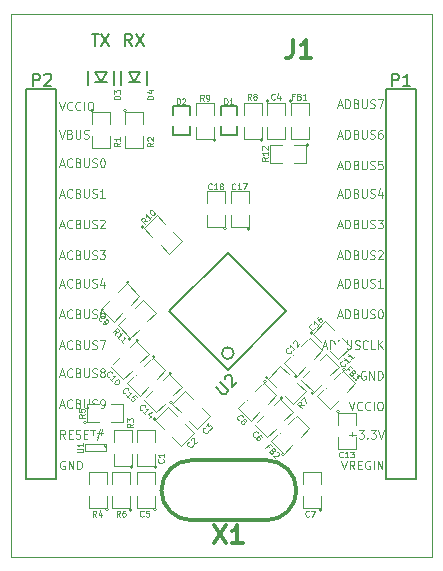
<source format=gto>
G04 (created by PCBNEW (2013-mar-13)-testing) date Wed 17 Apr 2013 01:59:25 PM EDT*
%MOIN*%
G04 Gerber Fmt 3.4, Leading zero omitted, Abs format*
%FSLAX34Y34*%
G01*
G70*
G90*
G04 APERTURE LIST*
%ADD10C,0.006*%
%ADD11C,0.00393701*%
%ADD12C,0.00590551*%
%ADD13C,0.003*%
%ADD14C,0.0039*%
%ADD15C,0.0125*%
%ADD16C,0.005*%
%ADD17C,0.012*%
%ADD18C,0.0043*%
%ADD19C,0.0045*%
%ADD20R,0.063X0.0551*%
%ADD21R,0.0709X0.0748*%
%ADD22R,0.0748X0.0748*%
%ADD23R,0.0157X0.0531*%
%ADD24R,0.0118X0.0217*%
%ADD25R,0.055X0.035*%
%ADD26R,0.035X0.055*%
%ADD27C,0.125*%
%ADD28R,0.0598425X0.0401575*%
%ADD29C,0.056*%
%ADD30R,0.045X0.025*%
%ADD31R,0.06X0.06*%
%ADD32C,0.06*%
G04 APERTURE END LIST*
G54D10*
G54D11*
X50262Y-42411D02*
X50393Y-42411D01*
X50236Y-42495D02*
X50328Y-42200D01*
X50419Y-42495D01*
X50511Y-42495D02*
X50511Y-42200D01*
X50577Y-42200D01*
X50616Y-42214D01*
X50643Y-42242D01*
X50656Y-42270D01*
X50669Y-42327D01*
X50669Y-42369D01*
X50656Y-42425D01*
X50643Y-42453D01*
X50616Y-42481D01*
X50577Y-42495D01*
X50511Y-42495D01*
X50879Y-42341D02*
X50918Y-42355D01*
X50931Y-42369D01*
X50944Y-42397D01*
X50944Y-42439D01*
X50931Y-42467D01*
X50918Y-42481D01*
X50892Y-42495D01*
X50787Y-42495D01*
X50787Y-42200D01*
X50879Y-42200D01*
X50905Y-42214D01*
X50918Y-42228D01*
X50931Y-42256D01*
X50931Y-42284D01*
X50918Y-42312D01*
X50905Y-42327D01*
X50879Y-42341D01*
X50787Y-42341D01*
X51062Y-42200D02*
X51062Y-42439D01*
X51076Y-42467D01*
X51089Y-42481D01*
X51115Y-42495D01*
X51167Y-42495D01*
X51194Y-42481D01*
X51207Y-42467D01*
X51220Y-42439D01*
X51220Y-42200D01*
X51338Y-42481D02*
X51377Y-42495D01*
X51443Y-42495D01*
X51469Y-42481D01*
X51482Y-42467D01*
X51496Y-42439D01*
X51496Y-42411D01*
X51482Y-42383D01*
X51469Y-42369D01*
X51443Y-42355D01*
X51391Y-42341D01*
X51364Y-42327D01*
X51351Y-42312D01*
X51338Y-42284D01*
X51338Y-42256D01*
X51351Y-42228D01*
X51364Y-42214D01*
X51391Y-42200D01*
X51456Y-42200D01*
X51496Y-42214D01*
X51587Y-42200D02*
X51771Y-42200D01*
X51653Y-42495D01*
X50262Y-43435D02*
X50393Y-43435D01*
X50236Y-43519D02*
X50328Y-43224D01*
X50419Y-43519D01*
X50511Y-43519D02*
X50511Y-43224D01*
X50577Y-43224D01*
X50616Y-43238D01*
X50643Y-43266D01*
X50656Y-43294D01*
X50669Y-43350D01*
X50669Y-43392D01*
X50656Y-43449D01*
X50643Y-43477D01*
X50616Y-43505D01*
X50577Y-43519D01*
X50511Y-43519D01*
X50879Y-43364D02*
X50918Y-43378D01*
X50931Y-43392D01*
X50944Y-43420D01*
X50944Y-43463D01*
X50931Y-43491D01*
X50918Y-43505D01*
X50892Y-43519D01*
X50787Y-43519D01*
X50787Y-43224D01*
X50879Y-43224D01*
X50905Y-43238D01*
X50918Y-43252D01*
X50931Y-43280D01*
X50931Y-43308D01*
X50918Y-43336D01*
X50905Y-43350D01*
X50879Y-43364D01*
X50787Y-43364D01*
X51062Y-43224D02*
X51062Y-43463D01*
X51076Y-43491D01*
X51089Y-43505D01*
X51115Y-43519D01*
X51167Y-43519D01*
X51194Y-43505D01*
X51207Y-43491D01*
X51220Y-43463D01*
X51220Y-43224D01*
X51338Y-43505D02*
X51377Y-43519D01*
X51443Y-43519D01*
X51469Y-43505D01*
X51482Y-43491D01*
X51496Y-43463D01*
X51496Y-43435D01*
X51482Y-43406D01*
X51469Y-43392D01*
X51443Y-43378D01*
X51391Y-43364D01*
X51364Y-43350D01*
X51351Y-43336D01*
X51338Y-43308D01*
X51338Y-43280D01*
X51351Y-43252D01*
X51364Y-43238D01*
X51391Y-43224D01*
X51456Y-43224D01*
X51496Y-43238D01*
X51732Y-43224D02*
X51679Y-43224D01*
X51653Y-43238D01*
X51640Y-43252D01*
X51614Y-43294D01*
X51601Y-43350D01*
X51601Y-43463D01*
X51614Y-43491D01*
X51627Y-43505D01*
X51653Y-43519D01*
X51706Y-43519D01*
X51732Y-43505D01*
X51745Y-43491D01*
X51758Y-43463D01*
X51758Y-43392D01*
X51745Y-43364D01*
X51732Y-43350D01*
X51706Y-43336D01*
X51653Y-43336D01*
X51627Y-43350D01*
X51614Y-43364D01*
X51601Y-43392D01*
X50262Y-44458D02*
X50393Y-44458D01*
X50236Y-44543D02*
X50328Y-44247D01*
X50419Y-44543D01*
X50511Y-44543D02*
X50511Y-44247D01*
X50577Y-44247D01*
X50616Y-44261D01*
X50643Y-44289D01*
X50656Y-44318D01*
X50669Y-44374D01*
X50669Y-44416D01*
X50656Y-44472D01*
X50643Y-44500D01*
X50616Y-44528D01*
X50577Y-44543D01*
X50511Y-44543D01*
X50879Y-44388D02*
X50918Y-44402D01*
X50931Y-44416D01*
X50944Y-44444D01*
X50944Y-44486D01*
X50931Y-44514D01*
X50918Y-44528D01*
X50892Y-44543D01*
X50787Y-44543D01*
X50787Y-44247D01*
X50879Y-44247D01*
X50905Y-44261D01*
X50918Y-44275D01*
X50931Y-44303D01*
X50931Y-44332D01*
X50918Y-44360D01*
X50905Y-44374D01*
X50879Y-44388D01*
X50787Y-44388D01*
X51062Y-44247D02*
X51062Y-44486D01*
X51076Y-44514D01*
X51089Y-44528D01*
X51115Y-44543D01*
X51167Y-44543D01*
X51194Y-44528D01*
X51207Y-44514D01*
X51220Y-44486D01*
X51220Y-44247D01*
X51338Y-44528D02*
X51377Y-44543D01*
X51443Y-44543D01*
X51469Y-44528D01*
X51482Y-44514D01*
X51496Y-44486D01*
X51496Y-44458D01*
X51482Y-44430D01*
X51469Y-44416D01*
X51443Y-44402D01*
X51391Y-44388D01*
X51364Y-44374D01*
X51351Y-44360D01*
X51338Y-44332D01*
X51338Y-44303D01*
X51351Y-44275D01*
X51364Y-44261D01*
X51391Y-44247D01*
X51456Y-44247D01*
X51496Y-44261D01*
X51745Y-44247D02*
X51614Y-44247D01*
X51601Y-44388D01*
X51614Y-44374D01*
X51640Y-44360D01*
X51706Y-44360D01*
X51732Y-44374D01*
X51745Y-44388D01*
X51758Y-44416D01*
X51758Y-44486D01*
X51745Y-44514D01*
X51732Y-44528D01*
X51706Y-44543D01*
X51640Y-44543D01*
X51614Y-44528D01*
X51601Y-44514D01*
X50262Y-45403D02*
X50393Y-45403D01*
X50236Y-45487D02*
X50328Y-45192D01*
X50419Y-45487D01*
X50511Y-45487D02*
X50511Y-45192D01*
X50577Y-45192D01*
X50616Y-45206D01*
X50643Y-45234D01*
X50656Y-45262D01*
X50669Y-45319D01*
X50669Y-45361D01*
X50656Y-45417D01*
X50643Y-45445D01*
X50616Y-45473D01*
X50577Y-45487D01*
X50511Y-45487D01*
X50879Y-45333D02*
X50918Y-45347D01*
X50931Y-45361D01*
X50944Y-45389D01*
X50944Y-45431D01*
X50931Y-45459D01*
X50918Y-45473D01*
X50892Y-45487D01*
X50787Y-45487D01*
X50787Y-45192D01*
X50879Y-45192D01*
X50905Y-45206D01*
X50918Y-45220D01*
X50931Y-45248D01*
X50931Y-45276D01*
X50918Y-45305D01*
X50905Y-45319D01*
X50879Y-45333D01*
X50787Y-45333D01*
X51062Y-45192D02*
X51062Y-45431D01*
X51076Y-45459D01*
X51089Y-45473D01*
X51115Y-45487D01*
X51167Y-45487D01*
X51194Y-45473D01*
X51207Y-45459D01*
X51220Y-45431D01*
X51220Y-45192D01*
X51338Y-45473D02*
X51377Y-45487D01*
X51443Y-45487D01*
X51469Y-45473D01*
X51482Y-45459D01*
X51496Y-45431D01*
X51496Y-45403D01*
X51482Y-45375D01*
X51469Y-45361D01*
X51443Y-45347D01*
X51391Y-45333D01*
X51364Y-45319D01*
X51351Y-45305D01*
X51338Y-45276D01*
X51338Y-45248D01*
X51351Y-45220D01*
X51364Y-45206D01*
X51391Y-45192D01*
X51456Y-45192D01*
X51496Y-45206D01*
X51732Y-45291D02*
X51732Y-45487D01*
X51666Y-45178D02*
X51601Y-45389D01*
X51771Y-45389D01*
X50262Y-46427D02*
X50393Y-46427D01*
X50236Y-46511D02*
X50328Y-46216D01*
X50419Y-46511D01*
X50511Y-46511D02*
X50511Y-46216D01*
X50577Y-46216D01*
X50616Y-46230D01*
X50643Y-46258D01*
X50656Y-46286D01*
X50669Y-46342D01*
X50669Y-46384D01*
X50656Y-46441D01*
X50643Y-46469D01*
X50616Y-46497D01*
X50577Y-46511D01*
X50511Y-46511D01*
X50879Y-46356D02*
X50918Y-46370D01*
X50931Y-46384D01*
X50944Y-46413D01*
X50944Y-46455D01*
X50931Y-46483D01*
X50918Y-46497D01*
X50892Y-46511D01*
X50787Y-46511D01*
X50787Y-46216D01*
X50879Y-46216D01*
X50905Y-46230D01*
X50918Y-46244D01*
X50931Y-46272D01*
X50931Y-46300D01*
X50918Y-46328D01*
X50905Y-46342D01*
X50879Y-46356D01*
X50787Y-46356D01*
X51062Y-46216D02*
X51062Y-46455D01*
X51076Y-46483D01*
X51089Y-46497D01*
X51115Y-46511D01*
X51167Y-46511D01*
X51194Y-46497D01*
X51207Y-46483D01*
X51220Y-46455D01*
X51220Y-46216D01*
X51338Y-46497D02*
X51377Y-46511D01*
X51443Y-46511D01*
X51469Y-46497D01*
X51482Y-46483D01*
X51496Y-46455D01*
X51496Y-46427D01*
X51482Y-46399D01*
X51469Y-46384D01*
X51443Y-46370D01*
X51391Y-46356D01*
X51364Y-46342D01*
X51351Y-46328D01*
X51338Y-46300D01*
X51338Y-46272D01*
X51351Y-46244D01*
X51364Y-46230D01*
X51391Y-46216D01*
X51456Y-46216D01*
X51496Y-46230D01*
X51587Y-46216D02*
X51758Y-46216D01*
X51666Y-46328D01*
X51706Y-46328D01*
X51732Y-46342D01*
X51745Y-46356D01*
X51758Y-46384D01*
X51758Y-46455D01*
X51745Y-46483D01*
X51732Y-46497D01*
X51706Y-46511D01*
X51627Y-46511D01*
X51601Y-46497D01*
X51587Y-46483D01*
X50262Y-47450D02*
X50393Y-47450D01*
X50236Y-47535D02*
X50328Y-47239D01*
X50419Y-47535D01*
X50511Y-47535D02*
X50511Y-47239D01*
X50577Y-47239D01*
X50616Y-47253D01*
X50643Y-47282D01*
X50656Y-47310D01*
X50669Y-47366D01*
X50669Y-47408D01*
X50656Y-47464D01*
X50643Y-47492D01*
X50616Y-47521D01*
X50577Y-47535D01*
X50511Y-47535D01*
X50879Y-47380D02*
X50918Y-47394D01*
X50931Y-47408D01*
X50944Y-47436D01*
X50944Y-47478D01*
X50931Y-47507D01*
X50918Y-47521D01*
X50892Y-47535D01*
X50787Y-47535D01*
X50787Y-47239D01*
X50879Y-47239D01*
X50905Y-47253D01*
X50918Y-47267D01*
X50931Y-47296D01*
X50931Y-47324D01*
X50918Y-47352D01*
X50905Y-47366D01*
X50879Y-47380D01*
X50787Y-47380D01*
X51062Y-47239D02*
X51062Y-47478D01*
X51076Y-47507D01*
X51089Y-47521D01*
X51115Y-47535D01*
X51167Y-47535D01*
X51194Y-47521D01*
X51207Y-47507D01*
X51220Y-47478D01*
X51220Y-47239D01*
X51338Y-47521D02*
X51377Y-47535D01*
X51443Y-47535D01*
X51469Y-47521D01*
X51482Y-47507D01*
X51496Y-47478D01*
X51496Y-47450D01*
X51482Y-47422D01*
X51469Y-47408D01*
X51443Y-47394D01*
X51391Y-47380D01*
X51364Y-47366D01*
X51351Y-47352D01*
X51338Y-47324D01*
X51338Y-47296D01*
X51351Y-47267D01*
X51364Y-47253D01*
X51391Y-47239D01*
X51456Y-47239D01*
X51496Y-47253D01*
X51601Y-47267D02*
X51614Y-47253D01*
X51640Y-47239D01*
X51706Y-47239D01*
X51732Y-47253D01*
X51745Y-47267D01*
X51758Y-47296D01*
X51758Y-47324D01*
X51745Y-47366D01*
X51587Y-47535D01*
X51758Y-47535D01*
X50262Y-48395D02*
X50393Y-48395D01*
X50236Y-48480D02*
X50328Y-48184D01*
X50419Y-48480D01*
X50511Y-48480D02*
X50511Y-48184D01*
X50577Y-48184D01*
X50616Y-48198D01*
X50643Y-48226D01*
X50656Y-48255D01*
X50669Y-48311D01*
X50669Y-48353D01*
X50656Y-48409D01*
X50643Y-48437D01*
X50616Y-48465D01*
X50577Y-48480D01*
X50511Y-48480D01*
X50879Y-48325D02*
X50918Y-48339D01*
X50931Y-48353D01*
X50944Y-48381D01*
X50944Y-48423D01*
X50931Y-48451D01*
X50918Y-48465D01*
X50892Y-48480D01*
X50787Y-48480D01*
X50787Y-48184D01*
X50879Y-48184D01*
X50905Y-48198D01*
X50918Y-48212D01*
X50931Y-48241D01*
X50931Y-48269D01*
X50918Y-48297D01*
X50905Y-48311D01*
X50879Y-48325D01*
X50787Y-48325D01*
X51062Y-48184D02*
X51062Y-48423D01*
X51076Y-48451D01*
X51089Y-48465D01*
X51115Y-48480D01*
X51167Y-48480D01*
X51194Y-48465D01*
X51207Y-48451D01*
X51220Y-48423D01*
X51220Y-48184D01*
X51338Y-48465D02*
X51377Y-48480D01*
X51443Y-48480D01*
X51469Y-48465D01*
X51482Y-48451D01*
X51496Y-48423D01*
X51496Y-48395D01*
X51482Y-48367D01*
X51469Y-48353D01*
X51443Y-48339D01*
X51391Y-48325D01*
X51364Y-48311D01*
X51351Y-48297D01*
X51338Y-48269D01*
X51338Y-48241D01*
X51351Y-48212D01*
X51364Y-48198D01*
X51391Y-48184D01*
X51456Y-48184D01*
X51496Y-48198D01*
X51758Y-48480D02*
X51601Y-48480D01*
X51679Y-48480D02*
X51679Y-48184D01*
X51653Y-48226D01*
X51627Y-48255D01*
X51601Y-48269D01*
X50262Y-49419D02*
X50393Y-49419D01*
X50236Y-49503D02*
X50328Y-49208D01*
X50419Y-49503D01*
X50511Y-49503D02*
X50511Y-49208D01*
X50577Y-49208D01*
X50616Y-49222D01*
X50643Y-49250D01*
X50656Y-49278D01*
X50669Y-49334D01*
X50669Y-49377D01*
X50656Y-49433D01*
X50643Y-49461D01*
X50616Y-49489D01*
X50577Y-49503D01*
X50511Y-49503D01*
X50879Y-49348D02*
X50918Y-49363D01*
X50931Y-49377D01*
X50944Y-49405D01*
X50944Y-49447D01*
X50931Y-49475D01*
X50918Y-49489D01*
X50892Y-49503D01*
X50787Y-49503D01*
X50787Y-49208D01*
X50879Y-49208D01*
X50905Y-49222D01*
X50918Y-49236D01*
X50931Y-49264D01*
X50931Y-49292D01*
X50918Y-49320D01*
X50905Y-49334D01*
X50879Y-49348D01*
X50787Y-49348D01*
X51062Y-49208D02*
X51062Y-49447D01*
X51076Y-49475D01*
X51089Y-49489D01*
X51115Y-49503D01*
X51167Y-49503D01*
X51194Y-49489D01*
X51207Y-49475D01*
X51220Y-49447D01*
X51220Y-49208D01*
X51338Y-49489D02*
X51377Y-49503D01*
X51443Y-49503D01*
X51469Y-49489D01*
X51482Y-49475D01*
X51496Y-49447D01*
X51496Y-49419D01*
X51482Y-49391D01*
X51469Y-49377D01*
X51443Y-49363D01*
X51391Y-49348D01*
X51364Y-49334D01*
X51351Y-49320D01*
X51338Y-49292D01*
X51338Y-49264D01*
X51351Y-49236D01*
X51364Y-49222D01*
X51391Y-49208D01*
X51456Y-49208D01*
X51496Y-49222D01*
X51666Y-49208D02*
X51692Y-49208D01*
X51719Y-49222D01*
X51732Y-49236D01*
X51745Y-49264D01*
X51758Y-49320D01*
X51758Y-49391D01*
X51745Y-49447D01*
X51732Y-49475D01*
X51719Y-49489D01*
X51692Y-49503D01*
X51666Y-49503D01*
X51640Y-49489D01*
X51627Y-49475D01*
X51614Y-49447D01*
X51601Y-49391D01*
X51601Y-49320D01*
X51614Y-49264D01*
X51627Y-49236D01*
X51640Y-49222D01*
X51666Y-49208D01*
X49750Y-50442D02*
X49881Y-50442D01*
X49724Y-50527D02*
X49816Y-50232D01*
X49908Y-50527D01*
X50000Y-50527D02*
X50000Y-50232D01*
X50065Y-50232D01*
X50104Y-50246D01*
X50131Y-50274D01*
X50144Y-50302D01*
X50157Y-50358D01*
X50157Y-50400D01*
X50144Y-50456D01*
X50131Y-50485D01*
X50104Y-50513D01*
X50065Y-50527D01*
X50000Y-50527D01*
X50367Y-50372D02*
X50406Y-50386D01*
X50419Y-50400D01*
X50433Y-50428D01*
X50433Y-50471D01*
X50419Y-50499D01*
X50406Y-50513D01*
X50380Y-50527D01*
X50275Y-50527D01*
X50275Y-50232D01*
X50367Y-50232D01*
X50393Y-50246D01*
X50406Y-50260D01*
X50419Y-50288D01*
X50419Y-50316D01*
X50406Y-50344D01*
X50393Y-50358D01*
X50367Y-50372D01*
X50275Y-50372D01*
X50551Y-50232D02*
X50551Y-50471D01*
X50564Y-50499D01*
X50577Y-50513D01*
X50603Y-50527D01*
X50656Y-50527D01*
X50682Y-50513D01*
X50695Y-50499D01*
X50708Y-50471D01*
X50708Y-50232D01*
X50826Y-50513D02*
X50866Y-50527D01*
X50931Y-50527D01*
X50958Y-50513D01*
X50971Y-50499D01*
X50984Y-50471D01*
X50984Y-50442D01*
X50971Y-50414D01*
X50958Y-50400D01*
X50931Y-50386D01*
X50879Y-50372D01*
X50853Y-50358D01*
X50839Y-50344D01*
X50826Y-50316D01*
X50826Y-50288D01*
X50839Y-50260D01*
X50853Y-50246D01*
X50879Y-50232D01*
X50944Y-50232D01*
X50984Y-50246D01*
X51259Y-50499D02*
X51246Y-50513D01*
X51207Y-50527D01*
X51181Y-50527D01*
X51141Y-50513D01*
X51115Y-50485D01*
X51102Y-50456D01*
X51089Y-50400D01*
X51089Y-50358D01*
X51102Y-50302D01*
X51115Y-50274D01*
X51141Y-50246D01*
X51181Y-50232D01*
X51207Y-50232D01*
X51246Y-50246D01*
X51259Y-50260D01*
X51509Y-50527D02*
X51377Y-50527D01*
X51377Y-50232D01*
X51601Y-50527D02*
X51601Y-50232D01*
X51758Y-50527D02*
X51640Y-50358D01*
X51758Y-50232D02*
X51601Y-50400D01*
X51181Y-51269D02*
X51154Y-51255D01*
X51115Y-51255D01*
X51076Y-51269D01*
X51049Y-51297D01*
X51036Y-51325D01*
X51023Y-51382D01*
X51023Y-51424D01*
X51036Y-51480D01*
X51049Y-51508D01*
X51076Y-51536D01*
X51115Y-51550D01*
X51141Y-51550D01*
X51181Y-51536D01*
X51194Y-51522D01*
X51194Y-51424D01*
X51141Y-51424D01*
X51312Y-51550D02*
X51312Y-51255D01*
X51469Y-51550D01*
X51469Y-51255D01*
X51601Y-51550D02*
X51601Y-51255D01*
X51666Y-51255D01*
X51706Y-51269D01*
X51732Y-51297D01*
X51745Y-51325D01*
X51758Y-51382D01*
X51758Y-51424D01*
X51745Y-51480D01*
X51732Y-51508D01*
X51706Y-51536D01*
X51666Y-51550D01*
X51601Y-51550D01*
X50629Y-52279D02*
X50721Y-52574D01*
X50813Y-52279D01*
X51062Y-52546D02*
X51049Y-52560D01*
X51010Y-52574D01*
X50984Y-52574D01*
X50944Y-52560D01*
X50918Y-52532D01*
X50905Y-52504D01*
X50892Y-52447D01*
X50892Y-52405D01*
X50905Y-52349D01*
X50918Y-52321D01*
X50944Y-52293D01*
X50984Y-52279D01*
X51010Y-52279D01*
X51049Y-52293D01*
X51062Y-52307D01*
X51338Y-52546D02*
X51325Y-52560D01*
X51286Y-52574D01*
X51259Y-52574D01*
X51220Y-52560D01*
X51194Y-52532D01*
X51181Y-52504D01*
X51167Y-52447D01*
X51167Y-52405D01*
X51181Y-52349D01*
X51194Y-52321D01*
X51220Y-52293D01*
X51259Y-52279D01*
X51286Y-52279D01*
X51325Y-52293D01*
X51338Y-52307D01*
X51456Y-52574D02*
X51456Y-52279D01*
X51640Y-52279D02*
X51692Y-52279D01*
X51719Y-52293D01*
X51745Y-52321D01*
X51758Y-52377D01*
X51758Y-52476D01*
X51745Y-52532D01*
X51719Y-52560D01*
X51692Y-52574D01*
X51640Y-52574D01*
X51614Y-52560D01*
X51587Y-52532D01*
X51574Y-52476D01*
X51574Y-52377D01*
X51587Y-52321D01*
X51614Y-52293D01*
X51640Y-52279D01*
X50643Y-53406D02*
X50853Y-53406D01*
X50748Y-53519D02*
X50748Y-53294D01*
X50958Y-53224D02*
X51128Y-53224D01*
X51036Y-53336D01*
X51076Y-53336D01*
X51102Y-53350D01*
X51115Y-53364D01*
X51128Y-53392D01*
X51128Y-53463D01*
X51115Y-53491D01*
X51102Y-53505D01*
X51076Y-53519D01*
X50997Y-53519D01*
X50971Y-53505D01*
X50958Y-53491D01*
X51246Y-53491D02*
X51259Y-53505D01*
X51246Y-53519D01*
X51233Y-53505D01*
X51246Y-53491D01*
X51246Y-53519D01*
X51351Y-53224D02*
X51522Y-53224D01*
X51430Y-53336D01*
X51469Y-53336D01*
X51496Y-53350D01*
X51509Y-53364D01*
X51522Y-53392D01*
X51522Y-53463D01*
X51509Y-53491D01*
X51496Y-53505D01*
X51469Y-53519D01*
X51391Y-53519D01*
X51364Y-53505D01*
X51351Y-53491D01*
X51601Y-53224D02*
X51692Y-53519D01*
X51784Y-53224D01*
X50380Y-54247D02*
X50472Y-54543D01*
X50564Y-54247D01*
X50813Y-54543D02*
X50721Y-54402D01*
X50656Y-54543D02*
X50656Y-54247D01*
X50761Y-54247D01*
X50787Y-54261D01*
X50800Y-54275D01*
X50813Y-54303D01*
X50813Y-54346D01*
X50800Y-54374D01*
X50787Y-54388D01*
X50761Y-54402D01*
X50656Y-54402D01*
X50931Y-54388D02*
X51023Y-54388D01*
X51062Y-54543D02*
X50931Y-54543D01*
X50931Y-54247D01*
X51062Y-54247D01*
X51325Y-54261D02*
X51299Y-54247D01*
X51259Y-54247D01*
X51220Y-54261D01*
X51194Y-54289D01*
X51181Y-54318D01*
X51167Y-54374D01*
X51167Y-54416D01*
X51181Y-54472D01*
X51194Y-54500D01*
X51220Y-54528D01*
X51259Y-54543D01*
X51286Y-54543D01*
X51325Y-54528D01*
X51338Y-54514D01*
X51338Y-54416D01*
X51286Y-54416D01*
X51456Y-54543D02*
X51456Y-54247D01*
X51587Y-54543D02*
X51587Y-54247D01*
X51745Y-54543D01*
X51745Y-54247D01*
X41154Y-54261D02*
X41128Y-54247D01*
X41089Y-54247D01*
X41049Y-54261D01*
X41023Y-54289D01*
X41010Y-54318D01*
X40997Y-54374D01*
X40997Y-54416D01*
X41010Y-54472D01*
X41023Y-54500D01*
X41049Y-54528D01*
X41089Y-54543D01*
X41115Y-54543D01*
X41154Y-54528D01*
X41167Y-54514D01*
X41167Y-54416D01*
X41115Y-54416D01*
X41286Y-54543D02*
X41286Y-54247D01*
X41443Y-54543D01*
X41443Y-54247D01*
X41574Y-54543D02*
X41574Y-54247D01*
X41640Y-54247D01*
X41679Y-54261D01*
X41706Y-54289D01*
X41719Y-54318D01*
X41732Y-54374D01*
X41732Y-54416D01*
X41719Y-54472D01*
X41706Y-54500D01*
X41679Y-54528D01*
X41640Y-54543D01*
X41574Y-54543D01*
X41167Y-53519D02*
X41076Y-53378D01*
X41010Y-53519D02*
X41010Y-53224D01*
X41115Y-53224D01*
X41141Y-53238D01*
X41154Y-53252D01*
X41167Y-53280D01*
X41167Y-53322D01*
X41154Y-53350D01*
X41141Y-53364D01*
X41115Y-53378D01*
X41010Y-53378D01*
X41286Y-53364D02*
X41377Y-53364D01*
X41417Y-53519D02*
X41286Y-53519D01*
X41286Y-53224D01*
X41417Y-53224D01*
X41522Y-53505D02*
X41561Y-53519D01*
X41627Y-53519D01*
X41653Y-53505D01*
X41666Y-53491D01*
X41679Y-53463D01*
X41679Y-53435D01*
X41666Y-53406D01*
X41653Y-53392D01*
X41627Y-53378D01*
X41574Y-53364D01*
X41548Y-53350D01*
X41535Y-53336D01*
X41522Y-53308D01*
X41522Y-53280D01*
X41535Y-53252D01*
X41548Y-53238D01*
X41574Y-53224D01*
X41640Y-53224D01*
X41679Y-53238D01*
X41797Y-53364D02*
X41889Y-53364D01*
X41929Y-53519D02*
X41797Y-53519D01*
X41797Y-53224D01*
X41929Y-53224D01*
X42007Y-53224D02*
X42165Y-53224D01*
X42086Y-53519D02*
X42086Y-53224D01*
X42244Y-53322D02*
X42440Y-53322D01*
X42322Y-53196D02*
X42244Y-53575D01*
X42414Y-53449D02*
X42217Y-53449D01*
X42335Y-53575D02*
X42414Y-53196D01*
X40997Y-52411D02*
X41128Y-52411D01*
X40971Y-52495D02*
X41062Y-52200D01*
X41154Y-52495D01*
X41404Y-52467D02*
X41391Y-52481D01*
X41351Y-52495D01*
X41325Y-52495D01*
X41286Y-52481D01*
X41259Y-52453D01*
X41246Y-52425D01*
X41233Y-52369D01*
X41233Y-52327D01*
X41246Y-52270D01*
X41259Y-52242D01*
X41286Y-52214D01*
X41325Y-52200D01*
X41351Y-52200D01*
X41391Y-52214D01*
X41404Y-52228D01*
X41614Y-52341D02*
X41653Y-52355D01*
X41666Y-52369D01*
X41679Y-52397D01*
X41679Y-52439D01*
X41666Y-52467D01*
X41653Y-52481D01*
X41627Y-52495D01*
X41522Y-52495D01*
X41522Y-52200D01*
X41614Y-52200D01*
X41640Y-52214D01*
X41653Y-52228D01*
X41666Y-52256D01*
X41666Y-52284D01*
X41653Y-52312D01*
X41640Y-52327D01*
X41614Y-52341D01*
X41522Y-52341D01*
X41797Y-52200D02*
X41797Y-52439D01*
X41811Y-52467D01*
X41824Y-52481D01*
X41850Y-52495D01*
X41902Y-52495D01*
X41929Y-52481D01*
X41942Y-52467D01*
X41955Y-52439D01*
X41955Y-52200D01*
X42073Y-52481D02*
X42112Y-52495D01*
X42178Y-52495D01*
X42204Y-52481D01*
X42217Y-52467D01*
X42230Y-52439D01*
X42230Y-52411D01*
X42217Y-52383D01*
X42204Y-52369D01*
X42178Y-52355D01*
X42125Y-52341D01*
X42099Y-52327D01*
X42086Y-52312D01*
X42073Y-52284D01*
X42073Y-52256D01*
X42086Y-52228D01*
X42099Y-52214D01*
X42125Y-52200D01*
X42191Y-52200D01*
X42230Y-52214D01*
X42362Y-52495D02*
X42414Y-52495D01*
X42440Y-52481D01*
X42454Y-52467D01*
X42480Y-52425D01*
X42493Y-52369D01*
X42493Y-52256D01*
X42480Y-52228D01*
X42467Y-52214D01*
X42440Y-52200D01*
X42388Y-52200D01*
X42362Y-52214D01*
X42349Y-52228D01*
X42335Y-52256D01*
X42335Y-52327D01*
X42349Y-52355D01*
X42362Y-52369D01*
X42388Y-52383D01*
X42440Y-52383D01*
X42467Y-52369D01*
X42480Y-52355D01*
X42493Y-52327D01*
X40997Y-51387D02*
X41128Y-51387D01*
X40971Y-51472D02*
X41062Y-51176D01*
X41154Y-51472D01*
X41404Y-51444D02*
X41391Y-51458D01*
X41351Y-51472D01*
X41325Y-51472D01*
X41286Y-51458D01*
X41259Y-51429D01*
X41246Y-51401D01*
X41233Y-51345D01*
X41233Y-51303D01*
X41246Y-51247D01*
X41259Y-51219D01*
X41286Y-51190D01*
X41325Y-51176D01*
X41351Y-51176D01*
X41391Y-51190D01*
X41404Y-51205D01*
X41614Y-51317D02*
X41653Y-51331D01*
X41666Y-51345D01*
X41679Y-51373D01*
X41679Y-51415D01*
X41666Y-51444D01*
X41653Y-51458D01*
X41627Y-51472D01*
X41522Y-51472D01*
X41522Y-51176D01*
X41614Y-51176D01*
X41640Y-51190D01*
X41653Y-51205D01*
X41666Y-51233D01*
X41666Y-51261D01*
X41653Y-51289D01*
X41640Y-51303D01*
X41614Y-51317D01*
X41522Y-51317D01*
X41797Y-51176D02*
X41797Y-51415D01*
X41811Y-51444D01*
X41824Y-51458D01*
X41850Y-51472D01*
X41902Y-51472D01*
X41929Y-51458D01*
X41942Y-51444D01*
X41955Y-51415D01*
X41955Y-51176D01*
X42073Y-51458D02*
X42112Y-51472D01*
X42178Y-51472D01*
X42204Y-51458D01*
X42217Y-51444D01*
X42230Y-51415D01*
X42230Y-51387D01*
X42217Y-51359D01*
X42204Y-51345D01*
X42178Y-51331D01*
X42125Y-51317D01*
X42099Y-51303D01*
X42086Y-51289D01*
X42073Y-51261D01*
X42073Y-51233D01*
X42086Y-51205D01*
X42099Y-51190D01*
X42125Y-51176D01*
X42191Y-51176D01*
X42230Y-51190D01*
X42388Y-51303D02*
X42362Y-51289D01*
X42349Y-51275D01*
X42335Y-51247D01*
X42335Y-51233D01*
X42349Y-51205D01*
X42362Y-51190D01*
X42388Y-51176D01*
X42440Y-51176D01*
X42467Y-51190D01*
X42480Y-51205D01*
X42493Y-51233D01*
X42493Y-51247D01*
X42480Y-51275D01*
X42467Y-51289D01*
X42440Y-51303D01*
X42388Y-51303D01*
X42362Y-51317D01*
X42349Y-51331D01*
X42335Y-51359D01*
X42335Y-51415D01*
X42349Y-51444D01*
X42362Y-51458D01*
X42388Y-51472D01*
X42440Y-51472D01*
X42467Y-51458D01*
X42480Y-51444D01*
X42493Y-51415D01*
X42493Y-51359D01*
X42480Y-51331D01*
X42467Y-51317D01*
X42440Y-51303D01*
X40997Y-50442D02*
X41128Y-50442D01*
X40971Y-50527D02*
X41062Y-50232D01*
X41154Y-50527D01*
X41404Y-50499D02*
X41391Y-50513D01*
X41351Y-50527D01*
X41325Y-50527D01*
X41286Y-50513D01*
X41259Y-50485D01*
X41246Y-50456D01*
X41233Y-50400D01*
X41233Y-50358D01*
X41246Y-50302D01*
X41259Y-50274D01*
X41286Y-50246D01*
X41325Y-50232D01*
X41351Y-50232D01*
X41391Y-50246D01*
X41404Y-50260D01*
X41614Y-50372D02*
X41653Y-50386D01*
X41666Y-50400D01*
X41679Y-50428D01*
X41679Y-50471D01*
X41666Y-50499D01*
X41653Y-50513D01*
X41627Y-50527D01*
X41522Y-50527D01*
X41522Y-50232D01*
X41614Y-50232D01*
X41640Y-50246D01*
X41653Y-50260D01*
X41666Y-50288D01*
X41666Y-50316D01*
X41653Y-50344D01*
X41640Y-50358D01*
X41614Y-50372D01*
X41522Y-50372D01*
X41797Y-50232D02*
X41797Y-50471D01*
X41811Y-50499D01*
X41824Y-50513D01*
X41850Y-50527D01*
X41902Y-50527D01*
X41929Y-50513D01*
X41942Y-50499D01*
X41955Y-50471D01*
X41955Y-50232D01*
X42073Y-50513D02*
X42112Y-50527D01*
X42178Y-50527D01*
X42204Y-50513D01*
X42217Y-50499D01*
X42230Y-50471D01*
X42230Y-50442D01*
X42217Y-50414D01*
X42204Y-50400D01*
X42178Y-50386D01*
X42125Y-50372D01*
X42099Y-50358D01*
X42086Y-50344D01*
X42073Y-50316D01*
X42073Y-50288D01*
X42086Y-50260D01*
X42099Y-50246D01*
X42125Y-50232D01*
X42191Y-50232D01*
X42230Y-50246D01*
X42322Y-50232D02*
X42506Y-50232D01*
X42388Y-50527D01*
X40997Y-49419D02*
X41128Y-49419D01*
X40971Y-49503D02*
X41062Y-49208D01*
X41154Y-49503D01*
X41404Y-49475D02*
X41391Y-49489D01*
X41351Y-49503D01*
X41325Y-49503D01*
X41286Y-49489D01*
X41259Y-49461D01*
X41246Y-49433D01*
X41233Y-49377D01*
X41233Y-49334D01*
X41246Y-49278D01*
X41259Y-49250D01*
X41286Y-49222D01*
X41325Y-49208D01*
X41351Y-49208D01*
X41391Y-49222D01*
X41404Y-49236D01*
X41614Y-49348D02*
X41653Y-49363D01*
X41666Y-49377D01*
X41679Y-49405D01*
X41679Y-49447D01*
X41666Y-49475D01*
X41653Y-49489D01*
X41627Y-49503D01*
X41522Y-49503D01*
X41522Y-49208D01*
X41614Y-49208D01*
X41640Y-49222D01*
X41653Y-49236D01*
X41666Y-49264D01*
X41666Y-49292D01*
X41653Y-49320D01*
X41640Y-49334D01*
X41614Y-49348D01*
X41522Y-49348D01*
X41797Y-49208D02*
X41797Y-49447D01*
X41811Y-49475D01*
X41824Y-49489D01*
X41850Y-49503D01*
X41902Y-49503D01*
X41929Y-49489D01*
X41942Y-49475D01*
X41955Y-49447D01*
X41955Y-49208D01*
X42073Y-49489D02*
X42112Y-49503D01*
X42178Y-49503D01*
X42204Y-49489D01*
X42217Y-49475D01*
X42230Y-49447D01*
X42230Y-49419D01*
X42217Y-49391D01*
X42204Y-49377D01*
X42178Y-49363D01*
X42125Y-49348D01*
X42099Y-49334D01*
X42086Y-49320D01*
X42073Y-49292D01*
X42073Y-49264D01*
X42086Y-49236D01*
X42099Y-49222D01*
X42125Y-49208D01*
X42191Y-49208D01*
X42230Y-49222D01*
X42467Y-49208D02*
X42414Y-49208D01*
X42388Y-49222D01*
X42375Y-49236D01*
X42349Y-49278D01*
X42335Y-49334D01*
X42335Y-49447D01*
X42349Y-49475D01*
X42362Y-49489D01*
X42388Y-49503D01*
X42440Y-49503D01*
X42467Y-49489D01*
X42480Y-49475D01*
X42493Y-49447D01*
X42493Y-49377D01*
X42480Y-49348D01*
X42467Y-49334D01*
X42440Y-49320D01*
X42388Y-49320D01*
X42362Y-49334D01*
X42349Y-49348D01*
X42335Y-49377D01*
X40997Y-48395D02*
X41128Y-48395D01*
X40971Y-48480D02*
X41062Y-48184D01*
X41154Y-48480D01*
X41404Y-48451D02*
X41391Y-48465D01*
X41351Y-48480D01*
X41325Y-48480D01*
X41286Y-48465D01*
X41259Y-48437D01*
X41246Y-48409D01*
X41233Y-48353D01*
X41233Y-48311D01*
X41246Y-48255D01*
X41259Y-48226D01*
X41286Y-48198D01*
X41325Y-48184D01*
X41351Y-48184D01*
X41391Y-48198D01*
X41404Y-48212D01*
X41614Y-48325D02*
X41653Y-48339D01*
X41666Y-48353D01*
X41679Y-48381D01*
X41679Y-48423D01*
X41666Y-48451D01*
X41653Y-48465D01*
X41627Y-48480D01*
X41522Y-48480D01*
X41522Y-48184D01*
X41614Y-48184D01*
X41640Y-48198D01*
X41653Y-48212D01*
X41666Y-48241D01*
X41666Y-48269D01*
X41653Y-48297D01*
X41640Y-48311D01*
X41614Y-48325D01*
X41522Y-48325D01*
X41797Y-48184D02*
X41797Y-48423D01*
X41811Y-48451D01*
X41824Y-48465D01*
X41850Y-48480D01*
X41902Y-48480D01*
X41929Y-48465D01*
X41942Y-48451D01*
X41955Y-48423D01*
X41955Y-48184D01*
X42073Y-48465D02*
X42112Y-48480D01*
X42178Y-48480D01*
X42204Y-48465D01*
X42217Y-48451D01*
X42230Y-48423D01*
X42230Y-48395D01*
X42217Y-48367D01*
X42204Y-48353D01*
X42178Y-48339D01*
X42125Y-48325D01*
X42099Y-48311D01*
X42086Y-48297D01*
X42073Y-48269D01*
X42073Y-48241D01*
X42086Y-48212D01*
X42099Y-48198D01*
X42125Y-48184D01*
X42191Y-48184D01*
X42230Y-48198D01*
X42467Y-48283D02*
X42467Y-48480D01*
X42401Y-48170D02*
X42335Y-48381D01*
X42506Y-48381D01*
X40997Y-47450D02*
X41128Y-47450D01*
X40971Y-47535D02*
X41062Y-47239D01*
X41154Y-47535D01*
X41404Y-47507D02*
X41391Y-47521D01*
X41351Y-47535D01*
X41325Y-47535D01*
X41286Y-47521D01*
X41259Y-47492D01*
X41246Y-47464D01*
X41233Y-47408D01*
X41233Y-47366D01*
X41246Y-47310D01*
X41259Y-47282D01*
X41286Y-47253D01*
X41325Y-47239D01*
X41351Y-47239D01*
X41391Y-47253D01*
X41404Y-47267D01*
X41614Y-47380D02*
X41653Y-47394D01*
X41666Y-47408D01*
X41679Y-47436D01*
X41679Y-47478D01*
X41666Y-47507D01*
X41653Y-47521D01*
X41627Y-47535D01*
X41522Y-47535D01*
X41522Y-47239D01*
X41614Y-47239D01*
X41640Y-47253D01*
X41653Y-47267D01*
X41666Y-47296D01*
X41666Y-47324D01*
X41653Y-47352D01*
X41640Y-47366D01*
X41614Y-47380D01*
X41522Y-47380D01*
X41797Y-47239D02*
X41797Y-47478D01*
X41811Y-47507D01*
X41824Y-47521D01*
X41850Y-47535D01*
X41902Y-47535D01*
X41929Y-47521D01*
X41942Y-47507D01*
X41955Y-47478D01*
X41955Y-47239D01*
X42073Y-47521D02*
X42112Y-47535D01*
X42178Y-47535D01*
X42204Y-47521D01*
X42217Y-47507D01*
X42230Y-47478D01*
X42230Y-47450D01*
X42217Y-47422D01*
X42204Y-47408D01*
X42178Y-47394D01*
X42125Y-47380D01*
X42099Y-47366D01*
X42086Y-47352D01*
X42073Y-47324D01*
X42073Y-47296D01*
X42086Y-47267D01*
X42099Y-47253D01*
X42125Y-47239D01*
X42191Y-47239D01*
X42230Y-47253D01*
X42322Y-47239D02*
X42493Y-47239D01*
X42401Y-47352D01*
X42440Y-47352D01*
X42467Y-47366D01*
X42480Y-47380D01*
X42493Y-47408D01*
X42493Y-47478D01*
X42480Y-47507D01*
X42467Y-47521D01*
X42440Y-47535D01*
X42362Y-47535D01*
X42335Y-47521D01*
X42322Y-47507D01*
X40997Y-46427D02*
X41128Y-46427D01*
X40971Y-46511D02*
X41062Y-46216D01*
X41154Y-46511D01*
X41404Y-46483D02*
X41391Y-46497D01*
X41351Y-46511D01*
X41325Y-46511D01*
X41286Y-46497D01*
X41259Y-46469D01*
X41246Y-46441D01*
X41233Y-46384D01*
X41233Y-46342D01*
X41246Y-46286D01*
X41259Y-46258D01*
X41286Y-46230D01*
X41325Y-46216D01*
X41351Y-46216D01*
X41391Y-46230D01*
X41404Y-46244D01*
X41614Y-46356D02*
X41653Y-46370D01*
X41666Y-46384D01*
X41679Y-46413D01*
X41679Y-46455D01*
X41666Y-46483D01*
X41653Y-46497D01*
X41627Y-46511D01*
X41522Y-46511D01*
X41522Y-46216D01*
X41614Y-46216D01*
X41640Y-46230D01*
X41653Y-46244D01*
X41666Y-46272D01*
X41666Y-46300D01*
X41653Y-46328D01*
X41640Y-46342D01*
X41614Y-46356D01*
X41522Y-46356D01*
X41797Y-46216D02*
X41797Y-46455D01*
X41811Y-46483D01*
X41824Y-46497D01*
X41850Y-46511D01*
X41902Y-46511D01*
X41929Y-46497D01*
X41942Y-46483D01*
X41955Y-46455D01*
X41955Y-46216D01*
X42073Y-46497D02*
X42112Y-46511D01*
X42178Y-46511D01*
X42204Y-46497D01*
X42217Y-46483D01*
X42230Y-46455D01*
X42230Y-46427D01*
X42217Y-46399D01*
X42204Y-46384D01*
X42178Y-46370D01*
X42125Y-46356D01*
X42099Y-46342D01*
X42086Y-46328D01*
X42073Y-46300D01*
X42073Y-46272D01*
X42086Y-46244D01*
X42099Y-46230D01*
X42125Y-46216D01*
X42191Y-46216D01*
X42230Y-46230D01*
X42335Y-46244D02*
X42349Y-46230D01*
X42375Y-46216D01*
X42440Y-46216D01*
X42467Y-46230D01*
X42480Y-46244D01*
X42493Y-46272D01*
X42493Y-46300D01*
X42480Y-46342D01*
X42322Y-46511D01*
X42493Y-46511D01*
X40997Y-45403D02*
X41128Y-45403D01*
X40971Y-45487D02*
X41062Y-45192D01*
X41154Y-45487D01*
X41404Y-45459D02*
X41391Y-45473D01*
X41351Y-45487D01*
X41325Y-45487D01*
X41286Y-45473D01*
X41259Y-45445D01*
X41246Y-45417D01*
X41233Y-45361D01*
X41233Y-45319D01*
X41246Y-45262D01*
X41259Y-45234D01*
X41286Y-45206D01*
X41325Y-45192D01*
X41351Y-45192D01*
X41391Y-45206D01*
X41404Y-45220D01*
X41614Y-45333D02*
X41653Y-45347D01*
X41666Y-45361D01*
X41679Y-45389D01*
X41679Y-45431D01*
X41666Y-45459D01*
X41653Y-45473D01*
X41627Y-45487D01*
X41522Y-45487D01*
X41522Y-45192D01*
X41614Y-45192D01*
X41640Y-45206D01*
X41653Y-45220D01*
X41666Y-45248D01*
X41666Y-45276D01*
X41653Y-45305D01*
X41640Y-45319D01*
X41614Y-45333D01*
X41522Y-45333D01*
X41797Y-45192D02*
X41797Y-45431D01*
X41811Y-45459D01*
X41824Y-45473D01*
X41850Y-45487D01*
X41902Y-45487D01*
X41929Y-45473D01*
X41942Y-45459D01*
X41955Y-45431D01*
X41955Y-45192D01*
X42073Y-45473D02*
X42112Y-45487D01*
X42178Y-45487D01*
X42204Y-45473D01*
X42217Y-45459D01*
X42230Y-45431D01*
X42230Y-45403D01*
X42217Y-45375D01*
X42204Y-45361D01*
X42178Y-45347D01*
X42125Y-45333D01*
X42099Y-45319D01*
X42086Y-45305D01*
X42073Y-45276D01*
X42073Y-45248D01*
X42086Y-45220D01*
X42099Y-45206D01*
X42125Y-45192D01*
X42191Y-45192D01*
X42230Y-45206D01*
X42493Y-45487D02*
X42335Y-45487D01*
X42414Y-45487D02*
X42414Y-45192D01*
X42388Y-45234D01*
X42362Y-45262D01*
X42335Y-45276D01*
X40997Y-44379D02*
X41128Y-44379D01*
X40971Y-44464D02*
X41062Y-44169D01*
X41154Y-44464D01*
X41404Y-44436D02*
X41391Y-44450D01*
X41351Y-44464D01*
X41325Y-44464D01*
X41286Y-44450D01*
X41259Y-44422D01*
X41246Y-44393D01*
X41233Y-44337D01*
X41233Y-44295D01*
X41246Y-44239D01*
X41259Y-44211D01*
X41286Y-44183D01*
X41325Y-44169D01*
X41351Y-44169D01*
X41391Y-44183D01*
X41404Y-44197D01*
X41614Y-44309D02*
X41653Y-44323D01*
X41666Y-44337D01*
X41679Y-44365D01*
X41679Y-44408D01*
X41666Y-44436D01*
X41653Y-44450D01*
X41627Y-44464D01*
X41522Y-44464D01*
X41522Y-44169D01*
X41614Y-44169D01*
X41640Y-44183D01*
X41653Y-44197D01*
X41666Y-44225D01*
X41666Y-44253D01*
X41653Y-44281D01*
X41640Y-44295D01*
X41614Y-44309D01*
X41522Y-44309D01*
X41797Y-44169D02*
X41797Y-44408D01*
X41811Y-44436D01*
X41824Y-44450D01*
X41850Y-44464D01*
X41902Y-44464D01*
X41929Y-44450D01*
X41942Y-44436D01*
X41955Y-44408D01*
X41955Y-44169D01*
X42073Y-44450D02*
X42112Y-44464D01*
X42178Y-44464D01*
X42204Y-44450D01*
X42217Y-44436D01*
X42230Y-44408D01*
X42230Y-44379D01*
X42217Y-44351D01*
X42204Y-44337D01*
X42178Y-44323D01*
X42125Y-44309D01*
X42099Y-44295D01*
X42086Y-44281D01*
X42073Y-44253D01*
X42073Y-44225D01*
X42086Y-44197D01*
X42099Y-44183D01*
X42125Y-44169D01*
X42191Y-44169D01*
X42230Y-44183D01*
X42401Y-44169D02*
X42427Y-44169D01*
X42454Y-44183D01*
X42467Y-44197D01*
X42480Y-44225D01*
X42493Y-44281D01*
X42493Y-44351D01*
X42480Y-44408D01*
X42467Y-44436D01*
X42454Y-44450D01*
X42427Y-44464D01*
X42401Y-44464D01*
X42375Y-44450D01*
X42362Y-44436D01*
X42349Y-44408D01*
X42335Y-44351D01*
X42335Y-44281D01*
X42349Y-44225D01*
X42362Y-44197D01*
X42375Y-44183D01*
X42401Y-44169D01*
X40971Y-43224D02*
X41062Y-43519D01*
X41154Y-43224D01*
X41338Y-43364D02*
X41377Y-43378D01*
X41391Y-43392D01*
X41404Y-43420D01*
X41404Y-43463D01*
X41391Y-43491D01*
X41377Y-43505D01*
X41351Y-43519D01*
X41246Y-43519D01*
X41246Y-43224D01*
X41338Y-43224D01*
X41364Y-43238D01*
X41377Y-43252D01*
X41391Y-43280D01*
X41391Y-43308D01*
X41377Y-43336D01*
X41364Y-43350D01*
X41338Y-43364D01*
X41246Y-43364D01*
X41522Y-43224D02*
X41522Y-43463D01*
X41535Y-43491D01*
X41548Y-43505D01*
X41574Y-43519D01*
X41627Y-43519D01*
X41653Y-43505D01*
X41666Y-43491D01*
X41679Y-43463D01*
X41679Y-43224D01*
X41797Y-43505D02*
X41837Y-43519D01*
X41902Y-43519D01*
X41929Y-43505D01*
X41942Y-43491D01*
X41955Y-43463D01*
X41955Y-43435D01*
X41942Y-43406D01*
X41929Y-43392D01*
X41902Y-43378D01*
X41850Y-43364D01*
X41824Y-43350D01*
X41811Y-43336D01*
X41797Y-43308D01*
X41797Y-43280D01*
X41811Y-43252D01*
X41824Y-43238D01*
X41850Y-43224D01*
X41916Y-43224D01*
X41955Y-43238D01*
X40971Y-42279D02*
X41062Y-42574D01*
X41154Y-42279D01*
X41404Y-42546D02*
X41391Y-42560D01*
X41351Y-42574D01*
X41325Y-42574D01*
X41286Y-42560D01*
X41259Y-42532D01*
X41246Y-42504D01*
X41233Y-42447D01*
X41233Y-42405D01*
X41246Y-42349D01*
X41259Y-42321D01*
X41286Y-42293D01*
X41325Y-42279D01*
X41351Y-42279D01*
X41391Y-42293D01*
X41404Y-42307D01*
X41679Y-42546D02*
X41666Y-42560D01*
X41627Y-42574D01*
X41601Y-42574D01*
X41561Y-42560D01*
X41535Y-42532D01*
X41522Y-42504D01*
X41509Y-42447D01*
X41509Y-42405D01*
X41522Y-42349D01*
X41535Y-42321D01*
X41561Y-42293D01*
X41601Y-42279D01*
X41627Y-42279D01*
X41666Y-42293D01*
X41679Y-42307D01*
X41797Y-42574D02*
X41797Y-42279D01*
X41981Y-42279D02*
X42034Y-42279D01*
X42060Y-42293D01*
X42086Y-42321D01*
X42099Y-42377D01*
X42099Y-42476D01*
X42086Y-42532D01*
X42060Y-42560D01*
X42034Y-42574D01*
X41981Y-42574D01*
X41955Y-42560D01*
X41929Y-42532D01*
X41916Y-42476D01*
X41916Y-42377D01*
X41929Y-42321D01*
X41955Y-42293D01*
X41981Y-42279D01*
G54D12*
X43398Y-40414D02*
X43267Y-40226D01*
X43173Y-40414D02*
X43173Y-40020D01*
X43323Y-40020D01*
X43361Y-40039D01*
X43380Y-40058D01*
X43398Y-40095D01*
X43398Y-40151D01*
X43380Y-40189D01*
X43361Y-40208D01*
X43323Y-40226D01*
X43173Y-40226D01*
X43530Y-40020D02*
X43792Y-40414D01*
X43792Y-40020D02*
X43530Y-40414D01*
X42062Y-40020D02*
X42287Y-40020D01*
X42174Y-40414D02*
X42174Y-40020D01*
X42380Y-40020D02*
X42643Y-40414D01*
X42643Y-40020D02*
X42380Y-40414D01*
G54D11*
X39370Y-39370D02*
X39370Y-57455D01*
X39370Y-57455D02*
X53385Y-57455D01*
X53385Y-39370D02*
X53385Y-57455D01*
X39370Y-39370D02*
X53385Y-39370D01*
G54D13*
X42535Y-53818D02*
X42417Y-53700D01*
X42535Y-53936D02*
X41827Y-53936D01*
X41827Y-53936D02*
X41827Y-53700D01*
X41827Y-53700D02*
X42535Y-53700D01*
X42535Y-53700D02*
X42535Y-53936D01*
G54D14*
X48912Y-51459D02*
G75*
G03X48912Y-51459I-49J0D01*
G74*
G01*
X49180Y-51140D02*
X48898Y-51423D01*
X48898Y-51423D02*
X48473Y-50999D01*
X48473Y-50999D02*
X48756Y-50716D01*
X49039Y-50433D02*
X49322Y-50151D01*
X49322Y-50151D02*
X49746Y-50575D01*
X49746Y-50575D02*
X49463Y-50858D01*
X50316Y-52617D02*
G75*
G03X50316Y-52617I-50J0D01*
G74*
G01*
X50266Y-53067D02*
X50266Y-52667D01*
X50266Y-52667D02*
X50866Y-52667D01*
X50866Y-52667D02*
X50866Y-53067D01*
X50866Y-53467D02*
X50866Y-53867D01*
X50866Y-53867D02*
X50266Y-53867D01*
X50266Y-53867D02*
X50266Y-53467D01*
X44722Y-51336D02*
G75*
G03X44722Y-51336I-49J0D01*
G74*
G01*
X44354Y-51654D02*
X44637Y-51371D01*
X44637Y-51371D02*
X45061Y-51795D01*
X45061Y-51795D02*
X44778Y-52078D01*
X44495Y-52361D02*
X44213Y-52644D01*
X44213Y-52644D02*
X43788Y-52220D01*
X43788Y-52220D02*
X44071Y-51937D01*
X44171Y-50784D02*
G75*
G03X44171Y-50784I-49J0D01*
G74*
G01*
X43803Y-51103D02*
X44086Y-50820D01*
X44086Y-50820D02*
X44510Y-51244D01*
X44510Y-51244D02*
X44227Y-51527D01*
X43944Y-51810D02*
X43661Y-52093D01*
X43661Y-52093D02*
X43237Y-51668D01*
X43237Y-51668D02*
X43520Y-51385D01*
X49433Y-49988D02*
G75*
G03X49433Y-49988I-49J0D01*
G74*
G01*
X49701Y-50306D02*
X49418Y-50024D01*
X49418Y-50024D02*
X49842Y-49599D01*
X49842Y-49599D02*
X50125Y-49882D01*
X50408Y-50165D02*
X50691Y-50448D01*
X50691Y-50448D02*
X50267Y-50872D01*
X50267Y-50872D02*
X49984Y-50589D01*
X47334Y-46516D02*
G75*
G03X47334Y-46516I-50J0D01*
G74*
G01*
X47284Y-46066D02*
X47284Y-46466D01*
X47284Y-46466D02*
X46684Y-46466D01*
X46684Y-46466D02*
X46684Y-46066D01*
X46684Y-45666D02*
X46684Y-45266D01*
X46684Y-45266D02*
X47284Y-45266D01*
X47284Y-45266D02*
X47284Y-45666D01*
X46546Y-46516D02*
G75*
G03X46546Y-46516I-50J0D01*
G74*
G01*
X46496Y-46066D02*
X46496Y-46466D01*
X46496Y-46466D02*
X45896Y-46466D01*
X45896Y-46466D02*
X45896Y-46066D01*
X45896Y-45666D02*
X45896Y-45266D01*
X45896Y-45266D02*
X46496Y-45266D01*
X46496Y-45266D02*
X46496Y-45666D01*
X47937Y-51484D02*
G75*
G03X47937Y-51484I-49J0D01*
G74*
G01*
X48205Y-51802D02*
X47922Y-51520D01*
X47922Y-51520D02*
X48346Y-51095D01*
X48346Y-51095D02*
X48629Y-51378D01*
X48912Y-51661D02*
X49195Y-51944D01*
X49195Y-51944D02*
X48771Y-52368D01*
X48771Y-52368D02*
X48488Y-52085D01*
X47767Y-43563D02*
G75*
G03X47767Y-43563I-50J0D01*
G74*
G01*
X47717Y-43113D02*
X47717Y-43513D01*
X47717Y-43513D02*
X47117Y-43513D01*
X47117Y-43513D02*
X47117Y-43113D01*
X47117Y-42713D02*
X47117Y-42313D01*
X47117Y-42313D02*
X47717Y-42313D01*
X47717Y-42313D02*
X47717Y-42713D01*
X46192Y-43563D02*
G75*
G03X46192Y-43563I-50J0D01*
G74*
G01*
X46142Y-43113D02*
X46142Y-43513D01*
X46142Y-43513D02*
X45542Y-43513D01*
X45542Y-43513D02*
X45542Y-43113D01*
X45542Y-42713D02*
X45542Y-42313D01*
X45542Y-42313D02*
X46142Y-42313D01*
X46142Y-42313D02*
X46142Y-42713D01*
X43397Y-55886D02*
G75*
G03X43397Y-55886I-50J0D01*
G74*
G01*
X43347Y-55436D02*
X43347Y-55836D01*
X43347Y-55836D02*
X42747Y-55836D01*
X42747Y-55836D02*
X42747Y-55436D01*
X42747Y-55036D02*
X42747Y-54636D01*
X42747Y-54636D02*
X43347Y-54636D01*
X43347Y-54636D02*
X43347Y-55036D01*
X42609Y-55886D02*
G75*
G03X42609Y-55886I-50J0D01*
G74*
G01*
X42559Y-55436D02*
X42559Y-55836D01*
X42559Y-55836D02*
X41959Y-55836D01*
X41959Y-55836D02*
X41959Y-55436D01*
X41959Y-55036D02*
X41959Y-54636D01*
X41959Y-54636D02*
X42559Y-54636D01*
X42559Y-54636D02*
X42559Y-55036D01*
X43436Y-54468D02*
G75*
G03X43436Y-54468I-50J0D01*
G74*
G01*
X43386Y-54018D02*
X43386Y-54418D01*
X43386Y-54418D02*
X42786Y-54418D01*
X42786Y-54418D02*
X42786Y-54018D01*
X42786Y-53618D02*
X42786Y-53218D01*
X42786Y-53218D02*
X43386Y-53218D01*
X43386Y-53218D02*
X43386Y-53618D01*
X41896Y-52977D02*
G75*
G03X41896Y-52977I-50J0D01*
G74*
G01*
X42296Y-52977D02*
X41896Y-52977D01*
X41896Y-52977D02*
X41896Y-52377D01*
X41896Y-52377D02*
X42296Y-52377D01*
X42696Y-52377D02*
X43096Y-52377D01*
X43096Y-52377D02*
X43096Y-52977D01*
X43096Y-52977D02*
X42696Y-52977D01*
X42127Y-42578D02*
G75*
G03X42127Y-42578I-50J0D01*
G74*
G01*
X42077Y-43028D02*
X42077Y-42628D01*
X42077Y-42628D02*
X42677Y-42628D01*
X42677Y-42628D02*
X42677Y-43028D01*
X42677Y-43428D02*
X42677Y-43828D01*
X42677Y-43828D02*
X42077Y-43828D01*
X42077Y-43828D02*
X42077Y-43428D01*
X43230Y-42578D02*
G75*
G03X43230Y-42578I-50J0D01*
G74*
G01*
X43180Y-43028D02*
X43180Y-42628D01*
X43180Y-42628D02*
X43780Y-42628D01*
X43780Y-42628D02*
X43780Y-43028D01*
X43780Y-43428D02*
X43780Y-43828D01*
X43780Y-43828D02*
X43180Y-43828D01*
X43180Y-43828D02*
X43180Y-43428D01*
X43361Y-50199D02*
G75*
G03X43361Y-50199I-49J0D01*
G74*
G01*
X43629Y-49881D02*
X43346Y-50163D01*
X43346Y-50163D02*
X42922Y-49739D01*
X42922Y-49739D02*
X43205Y-49456D01*
X43488Y-49174D02*
X43771Y-48891D01*
X43771Y-48891D02*
X44195Y-49315D01*
X44195Y-49315D02*
X43912Y-49598D01*
X49298Y-43715D02*
G75*
G03X49298Y-43715I-50J0D01*
G74*
G01*
X48798Y-43715D02*
X49198Y-43715D01*
X49198Y-43715D02*
X49198Y-44315D01*
X49198Y-44315D02*
X48798Y-44315D01*
X48398Y-44315D02*
X47998Y-44315D01*
X47998Y-44315D02*
X47998Y-43715D01*
X47998Y-43715D02*
X48398Y-43715D01*
X43807Y-46465D02*
G75*
G03X43807Y-46465I-49J0D01*
G74*
G01*
X44075Y-46783D02*
X43792Y-46500D01*
X43792Y-46500D02*
X44217Y-46076D01*
X44217Y-46076D02*
X44499Y-46359D01*
X44782Y-46641D02*
X45065Y-46924D01*
X45065Y-46924D02*
X44641Y-47348D01*
X44641Y-47348D02*
X44358Y-47066D01*
X49463Y-52010D02*
G75*
G03X49463Y-52010I-49J0D01*
G74*
G01*
X49732Y-51692D02*
X49449Y-51974D01*
X49449Y-51974D02*
X49025Y-51550D01*
X49025Y-51550D02*
X49307Y-51267D01*
X49590Y-50985D02*
X49873Y-50702D01*
X49873Y-50702D02*
X50297Y-51126D01*
X50297Y-51126D02*
X50014Y-51409D01*
X43620Y-50233D02*
G75*
G03X43620Y-50233I-49J0D01*
G74*
G01*
X43252Y-50551D02*
X43534Y-50269D01*
X43534Y-50269D02*
X43959Y-50693D01*
X43959Y-50693D02*
X43676Y-50976D01*
X43393Y-51259D02*
X43110Y-51541D01*
X43110Y-51541D02*
X42686Y-51117D01*
X42686Y-51117D02*
X42969Y-50834D01*
X43305Y-48304D02*
G75*
G03X43305Y-48304I-49J0D01*
G74*
G01*
X42937Y-48622D02*
X43220Y-48339D01*
X43220Y-48339D02*
X43644Y-48764D01*
X43644Y-48764D02*
X43361Y-49047D01*
X43078Y-49329D02*
X42795Y-49612D01*
X42795Y-49612D02*
X42371Y-49188D01*
X42371Y-49188D02*
X42654Y-48905D01*
X49735Y-55886D02*
G75*
G03X49735Y-55886I-50J0D01*
G74*
G01*
X49685Y-55436D02*
X49685Y-55836D01*
X49685Y-55836D02*
X49085Y-55836D01*
X49085Y-55836D02*
X49085Y-55436D01*
X49085Y-55036D02*
X49085Y-54636D01*
X49085Y-54636D02*
X49685Y-54636D01*
X49685Y-54636D02*
X49685Y-55036D01*
X44224Y-55886D02*
G75*
G03X44224Y-55886I-50J0D01*
G74*
G01*
X44174Y-55436D02*
X44174Y-55836D01*
X44174Y-55836D02*
X43574Y-55836D01*
X43574Y-55836D02*
X43574Y-55436D01*
X43574Y-55036D02*
X43574Y-54636D01*
X43574Y-54636D02*
X44174Y-54636D01*
X44174Y-54636D02*
X44174Y-55036D01*
X44224Y-54468D02*
G75*
G03X44224Y-54468I-50J0D01*
G74*
G01*
X44174Y-54018D02*
X44174Y-54418D01*
X44174Y-54418D02*
X43574Y-54418D01*
X43574Y-54418D02*
X43574Y-54018D01*
X43574Y-53618D02*
X43574Y-53218D01*
X43574Y-53218D02*
X44174Y-53218D01*
X44174Y-53218D02*
X44174Y-53618D01*
X47954Y-42263D02*
G75*
G03X47954Y-42263I-50J0D01*
G74*
G01*
X47904Y-42713D02*
X47904Y-42313D01*
X47904Y-42313D02*
X48504Y-42313D01*
X48504Y-42313D02*
X48504Y-42713D01*
X48504Y-43113D02*
X48504Y-43513D01*
X48504Y-43513D02*
X47904Y-43513D01*
X47904Y-43513D02*
X47904Y-43113D01*
X44748Y-52311D02*
G75*
G03X44748Y-52311I-49J0D01*
G74*
G01*
X45016Y-52629D02*
X44733Y-52346D01*
X44733Y-52346D02*
X45157Y-51922D01*
X45157Y-51922D02*
X45440Y-52205D01*
X45723Y-52488D02*
X46006Y-52771D01*
X46006Y-52771D02*
X45582Y-53195D01*
X45582Y-53195D02*
X45299Y-52912D01*
X47872Y-51611D02*
G75*
G03X47872Y-51611I-49J0D01*
G74*
G01*
X47504Y-51929D02*
X47786Y-51647D01*
X47786Y-51647D02*
X48211Y-52071D01*
X48211Y-52071D02*
X47928Y-52354D01*
X47645Y-52637D02*
X47362Y-52919D01*
X47362Y-52919D02*
X46938Y-52495D01*
X46938Y-52495D02*
X47221Y-52212D01*
X48423Y-52162D02*
G75*
G03X48423Y-52162I-49J0D01*
G74*
G01*
X48055Y-52481D02*
X48338Y-52198D01*
X48338Y-52198D02*
X48762Y-52622D01*
X48762Y-52622D02*
X48479Y-52905D01*
X48196Y-53188D02*
X47913Y-53471D01*
X47913Y-53471D02*
X47489Y-53046D01*
X47489Y-53046D02*
X47772Y-52763D01*
X44197Y-52862D02*
G75*
G03X44197Y-52862I-49J0D01*
G74*
G01*
X44465Y-53180D02*
X44182Y-52898D01*
X44182Y-52898D02*
X44606Y-52473D01*
X44606Y-52473D02*
X44889Y-52756D01*
X45172Y-53039D02*
X45455Y-53322D01*
X45455Y-53322D02*
X45031Y-53746D01*
X45031Y-53746D02*
X44748Y-53463D01*
G54D12*
X46787Y-50667D02*
G75*
G03X46787Y-50667I-196J0D01*
G74*
G01*
X44641Y-49275D02*
X46590Y-47326D01*
X46590Y-47326D02*
X48539Y-49275D01*
X48539Y-49275D02*
X46590Y-51224D01*
X46590Y-51224D02*
X44641Y-49275D01*
X43677Y-41614D02*
X43283Y-41614D01*
X43677Y-41299D02*
X43283Y-41299D01*
X43283Y-41299D02*
X43480Y-41614D01*
X43480Y-41614D02*
X43677Y-41299D01*
X43047Y-41259D02*
X43047Y-41732D01*
X43913Y-41259D02*
X43913Y-41732D01*
X42574Y-41614D02*
X42181Y-41614D01*
X42574Y-41299D02*
X42181Y-41299D01*
X42181Y-41299D02*
X42377Y-41614D01*
X42377Y-41614D02*
X42574Y-41299D01*
X41944Y-41259D02*
X41944Y-41732D01*
X42811Y-41259D02*
X42811Y-41732D01*
G54D15*
X47879Y-54236D02*
X45379Y-54236D01*
X47879Y-56236D02*
X45379Y-56236D01*
X44379Y-55236D02*
G75*
G03X45379Y-56236I1000J0D01*
G74*
G01*
X45379Y-54236D02*
G75*
G03X44379Y-55236I0J-1000D01*
G74*
G01*
X47879Y-56236D02*
G75*
G03X48879Y-55236I0J1000D01*
G74*
G01*
X48879Y-55236D02*
G75*
G03X47879Y-54236I-1000J0D01*
G74*
G01*
G54D14*
X48742Y-42263D02*
G75*
G03X48742Y-42263I-50J0D01*
G74*
G01*
X48692Y-42713D02*
X48692Y-42313D01*
X48692Y-42313D02*
X49292Y-42313D01*
X49292Y-42313D02*
X49292Y-42713D01*
X49292Y-43113D02*
X49292Y-43513D01*
X49292Y-43513D02*
X48692Y-43513D01*
X48692Y-43513D02*
X48692Y-43113D01*
X48479Y-54057D02*
G75*
G03X48479Y-54057I-49J0D01*
G74*
G01*
X48747Y-53739D02*
X48465Y-54022D01*
X48465Y-54022D02*
X48040Y-53597D01*
X48040Y-53597D02*
X48323Y-53315D01*
X48606Y-53032D02*
X48889Y-52749D01*
X48889Y-52749D02*
X49313Y-53173D01*
X49313Y-53173D02*
X49030Y-53456D01*
X50510Y-51218D02*
G75*
G03X50510Y-51218I-49J0D01*
G74*
G01*
X50141Y-51536D02*
X50424Y-51253D01*
X50424Y-51253D02*
X50848Y-51677D01*
X50848Y-51677D02*
X50566Y-51960D01*
X50283Y-52243D02*
X50000Y-52526D01*
X50000Y-52526D02*
X49576Y-52101D01*
X49576Y-52101D02*
X49859Y-51819D01*
G54D16*
X46904Y-42716D02*
X46904Y-42438D01*
X46904Y-42438D02*
X46354Y-42438D01*
X46354Y-42438D02*
X46354Y-42716D01*
X46904Y-43388D02*
X46904Y-43110D01*
X46904Y-43388D02*
X46354Y-43388D01*
X46354Y-43388D02*
X46354Y-43110D01*
X45330Y-42716D02*
X45330Y-42438D01*
X45330Y-42438D02*
X44780Y-42438D01*
X44780Y-42438D02*
X44780Y-42716D01*
X45330Y-43388D02*
X45330Y-43110D01*
X45330Y-43388D02*
X44780Y-43388D01*
X44780Y-43388D02*
X44780Y-43110D01*
G54D12*
X40870Y-41870D02*
X40870Y-54870D01*
X40870Y-54870D02*
X39870Y-54870D01*
X39870Y-54870D02*
X39870Y-41870D01*
X39870Y-41870D02*
X40870Y-41870D01*
X51870Y-54870D02*
X51870Y-41870D01*
X51870Y-41870D02*
X52870Y-41870D01*
X52870Y-41870D02*
X52870Y-54870D01*
X52870Y-54870D02*
X51870Y-54870D01*
G54D17*
X48776Y-40222D02*
X48776Y-40651D01*
X48747Y-40736D01*
X48690Y-40794D01*
X48604Y-40822D01*
X48547Y-40822D01*
X49376Y-40822D02*
X49033Y-40822D01*
X49204Y-40822D02*
X49204Y-40222D01*
X49147Y-40308D01*
X49090Y-40365D01*
X49033Y-40394D01*
G54D13*
X41559Y-53971D02*
X41721Y-53971D01*
X41740Y-53961D01*
X41750Y-53952D01*
X41759Y-53933D01*
X41759Y-53895D01*
X41750Y-53876D01*
X41740Y-53866D01*
X41721Y-53856D01*
X41559Y-53856D01*
X41759Y-53656D02*
X41759Y-53771D01*
X41759Y-53714D02*
X41559Y-53714D01*
X41588Y-53733D01*
X41607Y-53752D01*
X41616Y-53771D01*
G54D18*
X48700Y-50611D02*
X48700Y-50625D01*
X48687Y-50651D01*
X48673Y-50664D01*
X48647Y-50678D01*
X48620Y-50678D01*
X48600Y-50671D01*
X48567Y-50651D01*
X48547Y-50631D01*
X48527Y-50598D01*
X48521Y-50578D01*
X48521Y-50552D01*
X48534Y-50525D01*
X48547Y-50512D01*
X48574Y-50498D01*
X48587Y-50498D01*
X48846Y-50492D02*
X48766Y-50571D01*
X48806Y-50532D02*
X48667Y-50392D01*
X48673Y-50426D01*
X48673Y-50452D01*
X48667Y-50472D01*
X48773Y-50313D02*
X48773Y-50299D01*
X48779Y-50280D01*
X48813Y-50246D01*
X48833Y-50240D01*
X48846Y-50240D01*
X48866Y-50246D01*
X48879Y-50260D01*
X48892Y-50286D01*
X48892Y-50445D01*
X48978Y-50359D01*
X50424Y-54125D02*
X50415Y-54134D01*
X50387Y-54144D01*
X50368Y-54144D01*
X50340Y-54134D01*
X50321Y-54116D01*
X50311Y-54097D01*
X50302Y-54059D01*
X50302Y-54031D01*
X50311Y-53994D01*
X50321Y-53975D01*
X50340Y-53956D01*
X50368Y-53947D01*
X50387Y-53947D01*
X50415Y-53956D01*
X50424Y-53965D01*
X50612Y-54144D02*
X50499Y-54144D01*
X50555Y-54144D02*
X50555Y-53947D01*
X50537Y-53975D01*
X50518Y-53994D01*
X50499Y-54003D01*
X50677Y-53947D02*
X50799Y-53947D01*
X50734Y-54022D01*
X50762Y-54022D01*
X50781Y-54031D01*
X50790Y-54041D01*
X50799Y-54059D01*
X50799Y-54106D01*
X50790Y-54125D01*
X50781Y-54134D01*
X50762Y-54144D01*
X50705Y-54144D01*
X50687Y-54134D01*
X50677Y-54125D01*
X43718Y-52558D02*
X43705Y-52558D01*
X43679Y-52545D01*
X43665Y-52532D01*
X43652Y-52505D01*
X43652Y-52479D01*
X43659Y-52459D01*
X43679Y-52425D01*
X43699Y-52406D01*
X43732Y-52386D01*
X43752Y-52379D01*
X43778Y-52379D01*
X43805Y-52392D01*
X43818Y-52406D01*
X43831Y-52432D01*
X43831Y-52445D01*
X43838Y-52704D02*
X43758Y-52624D01*
X43798Y-52664D02*
X43937Y-52525D01*
X43904Y-52532D01*
X43878Y-52532D01*
X43858Y-52525D01*
X44050Y-52731D02*
X43957Y-52823D01*
X44070Y-52644D02*
X43937Y-52711D01*
X44024Y-52797D01*
X43167Y-52007D02*
X43154Y-52007D01*
X43127Y-51994D01*
X43114Y-51980D01*
X43101Y-51954D01*
X43101Y-51927D01*
X43108Y-51907D01*
X43127Y-51874D01*
X43147Y-51854D01*
X43181Y-51834D01*
X43200Y-51828D01*
X43227Y-51828D01*
X43254Y-51841D01*
X43267Y-51854D01*
X43280Y-51881D01*
X43280Y-51894D01*
X43287Y-52153D02*
X43207Y-52073D01*
X43247Y-52113D02*
X43386Y-51974D01*
X43353Y-51980D01*
X43326Y-51980D01*
X43307Y-51974D01*
X43552Y-52140D02*
X43486Y-52073D01*
X43413Y-52133D01*
X43426Y-52133D01*
X43446Y-52140D01*
X43479Y-52173D01*
X43486Y-52193D01*
X43486Y-52206D01*
X43479Y-52226D01*
X43446Y-52259D01*
X43426Y-52266D01*
X43413Y-52266D01*
X43393Y-52259D01*
X43360Y-52226D01*
X43353Y-52206D01*
X43353Y-52193D01*
X49487Y-49824D02*
X49487Y-49837D01*
X49474Y-49864D01*
X49461Y-49877D01*
X49434Y-49890D01*
X49408Y-49890D01*
X49388Y-49884D01*
X49355Y-49864D01*
X49335Y-49844D01*
X49315Y-49811D01*
X49308Y-49791D01*
X49308Y-49764D01*
X49321Y-49738D01*
X49335Y-49724D01*
X49361Y-49711D01*
X49374Y-49711D01*
X49633Y-49704D02*
X49554Y-49784D01*
X49593Y-49744D02*
X49454Y-49605D01*
X49461Y-49638D01*
X49461Y-49665D01*
X49454Y-49685D01*
X49613Y-49446D02*
X49587Y-49472D01*
X49580Y-49492D01*
X49580Y-49505D01*
X49587Y-49539D01*
X49607Y-49572D01*
X49660Y-49625D01*
X49680Y-49631D01*
X49693Y-49631D01*
X49713Y-49625D01*
X49739Y-49598D01*
X49746Y-49578D01*
X49746Y-49565D01*
X49739Y-49545D01*
X49706Y-49512D01*
X49686Y-49505D01*
X49673Y-49505D01*
X49653Y-49512D01*
X49627Y-49539D01*
X49620Y-49559D01*
X49620Y-49572D01*
X49627Y-49592D01*
X46841Y-45188D02*
X46832Y-45197D01*
X46804Y-45207D01*
X46785Y-45207D01*
X46757Y-45197D01*
X46738Y-45179D01*
X46729Y-45160D01*
X46719Y-45122D01*
X46719Y-45094D01*
X46729Y-45057D01*
X46738Y-45038D01*
X46757Y-45019D01*
X46785Y-45010D01*
X46804Y-45010D01*
X46832Y-45019D01*
X46841Y-45028D01*
X47029Y-45207D02*
X46916Y-45207D01*
X46973Y-45207D02*
X46973Y-45010D01*
X46954Y-45038D01*
X46935Y-45057D01*
X46916Y-45066D01*
X47095Y-45010D02*
X47226Y-45010D01*
X47142Y-45207D01*
X46054Y-45188D02*
X46045Y-45197D01*
X46016Y-45207D01*
X45998Y-45207D01*
X45970Y-45197D01*
X45951Y-45179D01*
X45941Y-45160D01*
X45932Y-45122D01*
X45932Y-45094D01*
X45941Y-45057D01*
X45951Y-45038D01*
X45970Y-45019D01*
X45998Y-45010D01*
X46016Y-45010D01*
X46045Y-45019D01*
X46054Y-45028D01*
X46242Y-45207D02*
X46129Y-45207D01*
X46185Y-45207D02*
X46185Y-45010D01*
X46167Y-45038D01*
X46148Y-45057D01*
X46129Y-45066D01*
X46354Y-45094D02*
X46335Y-45085D01*
X46326Y-45075D01*
X46317Y-45057D01*
X46317Y-45047D01*
X46326Y-45028D01*
X46335Y-45019D01*
X46354Y-45010D01*
X46392Y-45010D01*
X46410Y-45019D01*
X46420Y-45028D01*
X46429Y-45047D01*
X46429Y-45057D01*
X46420Y-45075D01*
X46410Y-45085D01*
X46392Y-45094D01*
X46354Y-45094D01*
X46335Y-45104D01*
X46326Y-45113D01*
X46317Y-45132D01*
X46317Y-45169D01*
X46326Y-45188D01*
X46335Y-45197D01*
X46354Y-45207D01*
X46392Y-45207D01*
X46410Y-45197D01*
X46420Y-45188D01*
X46429Y-45169D01*
X46429Y-45132D01*
X46420Y-45113D01*
X46410Y-45104D01*
X46392Y-45094D01*
X49134Y-52409D02*
X49021Y-52389D01*
X49054Y-52488D02*
X48915Y-52349D01*
X48968Y-52296D01*
X48988Y-52289D01*
X49001Y-52289D01*
X49021Y-52296D01*
X49041Y-52316D01*
X49048Y-52336D01*
X49048Y-52349D01*
X49041Y-52369D01*
X48988Y-52422D01*
X49041Y-52223D02*
X49134Y-52130D01*
X49213Y-52329D01*
X47368Y-42215D02*
X47303Y-42121D01*
X47256Y-42215D02*
X47256Y-42018D01*
X47331Y-42018D01*
X47349Y-42027D01*
X47359Y-42036D01*
X47368Y-42055D01*
X47368Y-42083D01*
X47359Y-42102D01*
X47349Y-42111D01*
X47331Y-42121D01*
X47256Y-42121D01*
X47481Y-42102D02*
X47462Y-42093D01*
X47453Y-42083D01*
X47443Y-42065D01*
X47443Y-42055D01*
X47453Y-42036D01*
X47462Y-42027D01*
X47481Y-42018D01*
X47518Y-42018D01*
X47537Y-42027D01*
X47546Y-42036D01*
X47556Y-42055D01*
X47556Y-42065D01*
X47546Y-42083D01*
X47537Y-42093D01*
X47518Y-42102D01*
X47481Y-42102D01*
X47462Y-42111D01*
X47453Y-42121D01*
X47443Y-42140D01*
X47443Y-42177D01*
X47453Y-42196D01*
X47462Y-42205D01*
X47481Y-42215D01*
X47518Y-42215D01*
X47537Y-42205D01*
X47546Y-42196D01*
X47556Y-42177D01*
X47556Y-42140D01*
X47546Y-42121D01*
X47537Y-42111D01*
X47518Y-42102D01*
X45793Y-42254D02*
X45728Y-42160D01*
X45681Y-42254D02*
X45681Y-42057D01*
X45756Y-42057D01*
X45775Y-42066D01*
X45784Y-42076D01*
X45793Y-42094D01*
X45793Y-42123D01*
X45784Y-42141D01*
X45775Y-42151D01*
X45756Y-42160D01*
X45681Y-42160D01*
X45887Y-42254D02*
X45925Y-42254D01*
X45944Y-42245D01*
X45953Y-42235D01*
X45972Y-42207D01*
X45981Y-42170D01*
X45981Y-42094D01*
X45972Y-42076D01*
X45962Y-42066D01*
X45944Y-42057D01*
X45906Y-42057D01*
X45887Y-42066D01*
X45878Y-42076D01*
X45868Y-42094D01*
X45868Y-42141D01*
X45878Y-42160D01*
X45887Y-42170D01*
X45906Y-42179D01*
X45944Y-42179D01*
X45962Y-42170D01*
X45972Y-42160D01*
X45981Y-42141D01*
X42998Y-56112D02*
X42932Y-56018D01*
X42886Y-56112D02*
X42886Y-55915D01*
X42961Y-55915D01*
X42979Y-55925D01*
X42989Y-55934D01*
X42998Y-55953D01*
X42998Y-55981D01*
X42989Y-56000D01*
X42979Y-56009D01*
X42961Y-56018D01*
X42886Y-56018D01*
X43167Y-55915D02*
X43129Y-55915D01*
X43111Y-55925D01*
X43101Y-55934D01*
X43083Y-55962D01*
X43073Y-56000D01*
X43073Y-56075D01*
X43083Y-56093D01*
X43092Y-56103D01*
X43111Y-56112D01*
X43148Y-56112D01*
X43167Y-56103D01*
X43176Y-56093D01*
X43186Y-56075D01*
X43186Y-56028D01*
X43176Y-56009D01*
X43167Y-56000D01*
X43148Y-55990D01*
X43111Y-55990D01*
X43092Y-56000D01*
X43083Y-56009D01*
X43073Y-56028D01*
X42211Y-56112D02*
X42145Y-56018D01*
X42098Y-56112D02*
X42098Y-55915D01*
X42173Y-55915D01*
X42192Y-55925D01*
X42201Y-55934D01*
X42211Y-55953D01*
X42211Y-55981D01*
X42201Y-56000D01*
X42192Y-56009D01*
X42173Y-56018D01*
X42098Y-56018D01*
X42380Y-55981D02*
X42380Y-56112D01*
X42333Y-55906D02*
X42286Y-56047D01*
X42408Y-56047D01*
X43435Y-53024D02*
X43341Y-53090D01*
X43435Y-53137D02*
X43238Y-53137D01*
X43238Y-53062D01*
X43247Y-53043D01*
X43257Y-53034D01*
X43276Y-53024D01*
X43304Y-53024D01*
X43323Y-53034D01*
X43332Y-53043D01*
X43341Y-53062D01*
X43341Y-53137D01*
X43238Y-52959D02*
X43238Y-52837D01*
X43313Y-52903D01*
X43313Y-52874D01*
X43323Y-52856D01*
X43332Y-52846D01*
X43351Y-52837D01*
X43398Y-52837D01*
X43416Y-52846D01*
X43426Y-52856D01*
X43435Y-52874D01*
X43435Y-52931D01*
X43426Y-52949D01*
X43416Y-52959D01*
X41821Y-52709D02*
X41727Y-52775D01*
X41821Y-52822D02*
X41624Y-52822D01*
X41624Y-52747D01*
X41633Y-52728D01*
X41643Y-52719D01*
X41661Y-52709D01*
X41690Y-52709D01*
X41708Y-52719D01*
X41718Y-52728D01*
X41727Y-52747D01*
X41727Y-52822D01*
X41624Y-52531D02*
X41624Y-52625D01*
X41718Y-52634D01*
X41708Y-52625D01*
X41699Y-52606D01*
X41699Y-52559D01*
X41708Y-52541D01*
X41718Y-52531D01*
X41736Y-52522D01*
X41783Y-52522D01*
X41802Y-52531D01*
X41812Y-52541D01*
X41821Y-52559D01*
X41821Y-52606D01*
X41812Y-52625D01*
X41802Y-52634D01*
X43002Y-43654D02*
X42908Y-43720D01*
X43002Y-43767D02*
X42805Y-43767D01*
X42805Y-43692D01*
X42814Y-43673D01*
X42824Y-43664D01*
X42843Y-43654D01*
X42871Y-43654D01*
X42889Y-43664D01*
X42899Y-43673D01*
X42908Y-43692D01*
X42908Y-43767D01*
X43002Y-43467D02*
X43002Y-43579D01*
X43002Y-43523D02*
X42805Y-43523D01*
X42833Y-43542D01*
X42852Y-43561D01*
X42861Y-43579D01*
X44104Y-43654D02*
X44011Y-43720D01*
X44104Y-43767D02*
X43907Y-43767D01*
X43907Y-43692D01*
X43917Y-43673D01*
X43926Y-43664D01*
X43945Y-43654D01*
X43973Y-43654D01*
X43992Y-43664D01*
X44001Y-43673D01*
X44011Y-43692D01*
X44011Y-43767D01*
X43926Y-43579D02*
X43917Y-43570D01*
X43907Y-43551D01*
X43907Y-43504D01*
X43917Y-43486D01*
X43926Y-43476D01*
X43945Y-43467D01*
X43964Y-43467D01*
X43992Y-43476D01*
X44104Y-43589D01*
X44104Y-43467D01*
X42839Y-50052D02*
X42859Y-49939D01*
X42759Y-49972D02*
X42899Y-49833D01*
X42952Y-49886D01*
X42958Y-49906D01*
X42958Y-49919D01*
X42952Y-49939D01*
X42932Y-49959D01*
X42912Y-49965D01*
X42899Y-49965D01*
X42879Y-49959D01*
X42826Y-49906D01*
X42972Y-50184D02*
X42892Y-50105D01*
X42932Y-50145D02*
X43071Y-50005D01*
X43038Y-50012D01*
X43012Y-50012D01*
X42992Y-50005D01*
X43104Y-50317D02*
X43025Y-50237D01*
X43065Y-50277D02*
X43204Y-50138D01*
X43171Y-50145D01*
X43144Y-50145D01*
X43124Y-50138D01*
X47923Y-44142D02*
X47829Y-44208D01*
X47923Y-44254D02*
X47726Y-44254D01*
X47726Y-44179D01*
X47736Y-44161D01*
X47745Y-44151D01*
X47764Y-44142D01*
X47792Y-44142D01*
X47811Y-44151D01*
X47820Y-44161D01*
X47829Y-44179D01*
X47829Y-44254D01*
X47923Y-43954D02*
X47923Y-44067D01*
X47923Y-44011D02*
X47726Y-44011D01*
X47754Y-44029D01*
X47773Y-44048D01*
X47783Y-44067D01*
X47745Y-43879D02*
X47736Y-43870D01*
X47726Y-43851D01*
X47726Y-43804D01*
X47736Y-43785D01*
X47745Y-43776D01*
X47764Y-43767D01*
X47783Y-43767D01*
X47811Y-43776D01*
X47923Y-43889D01*
X47923Y-43767D01*
X43914Y-46274D02*
X43801Y-46254D01*
X43834Y-46354D02*
X43695Y-46214D01*
X43748Y-46161D01*
X43768Y-46155D01*
X43781Y-46155D01*
X43801Y-46161D01*
X43821Y-46181D01*
X43828Y-46201D01*
X43828Y-46214D01*
X43821Y-46234D01*
X43768Y-46287D01*
X44047Y-46141D02*
X43967Y-46221D01*
X44007Y-46181D02*
X43867Y-46042D01*
X43874Y-46075D01*
X43874Y-46102D01*
X43867Y-46122D01*
X43994Y-45916D02*
X44007Y-45903D01*
X44027Y-45896D01*
X44040Y-45896D01*
X44060Y-45903D01*
X44093Y-45923D01*
X44126Y-45956D01*
X44146Y-45989D01*
X44153Y-46009D01*
X44153Y-46022D01*
X44146Y-46042D01*
X44133Y-46055D01*
X44113Y-46062D01*
X44100Y-46062D01*
X44080Y-46055D01*
X44047Y-46035D01*
X44013Y-46002D01*
X43994Y-45969D01*
X43987Y-45949D01*
X43987Y-45936D01*
X43994Y-45916D01*
X50511Y-51044D02*
X50511Y-51058D01*
X50498Y-51084D01*
X50484Y-51097D01*
X50458Y-51111D01*
X50431Y-51111D01*
X50411Y-51104D01*
X50378Y-51084D01*
X50358Y-51064D01*
X50338Y-51031D01*
X50332Y-51011D01*
X50332Y-50985D01*
X50345Y-50958D01*
X50358Y-50945D01*
X50385Y-50932D01*
X50398Y-50932D01*
X50657Y-50925D02*
X50577Y-51005D01*
X50617Y-50965D02*
X50478Y-50825D01*
X50484Y-50859D01*
X50484Y-50885D01*
X50478Y-50905D01*
X50789Y-50792D02*
X50710Y-50872D01*
X50750Y-50832D02*
X50610Y-50693D01*
X50617Y-50726D01*
X50617Y-50752D01*
X50610Y-50772D01*
X42616Y-51456D02*
X42603Y-51456D01*
X42576Y-51442D01*
X42563Y-51429D01*
X42550Y-51403D01*
X42550Y-51376D01*
X42556Y-51356D01*
X42576Y-51323D01*
X42596Y-51303D01*
X42629Y-51283D01*
X42649Y-51277D01*
X42676Y-51277D01*
X42702Y-51290D01*
X42716Y-51303D01*
X42729Y-51330D01*
X42729Y-51343D01*
X42736Y-51602D02*
X42656Y-51522D01*
X42696Y-51562D02*
X42835Y-51423D01*
X42802Y-51429D01*
X42775Y-51429D01*
X42755Y-51423D01*
X42961Y-51549D02*
X42974Y-51562D01*
X42981Y-51582D01*
X42981Y-51595D01*
X42974Y-51615D01*
X42954Y-51648D01*
X42921Y-51681D01*
X42888Y-51701D01*
X42868Y-51708D01*
X42855Y-51708D01*
X42835Y-51701D01*
X42822Y-51688D01*
X42815Y-51668D01*
X42815Y-51655D01*
X42822Y-51635D01*
X42842Y-51602D01*
X42875Y-51569D01*
X42908Y-51549D01*
X42928Y-51542D01*
X42941Y-51542D01*
X42961Y-51549D01*
X42367Y-49593D02*
X42354Y-49593D01*
X42328Y-49580D01*
X42314Y-49566D01*
X42301Y-49540D01*
X42301Y-49513D01*
X42308Y-49493D01*
X42328Y-49460D01*
X42348Y-49440D01*
X42381Y-49420D01*
X42401Y-49414D01*
X42427Y-49414D01*
X42454Y-49427D01*
X42467Y-49440D01*
X42480Y-49467D01*
X42480Y-49480D01*
X42421Y-49673D02*
X42447Y-49699D01*
X42467Y-49706D01*
X42480Y-49706D01*
X42513Y-49699D01*
X42547Y-49679D01*
X42600Y-49626D01*
X42606Y-49606D01*
X42606Y-49593D01*
X42600Y-49573D01*
X42573Y-49547D01*
X42553Y-49540D01*
X42540Y-49540D01*
X42520Y-49547D01*
X42487Y-49580D01*
X42480Y-49600D01*
X42480Y-49613D01*
X42487Y-49633D01*
X42513Y-49659D01*
X42533Y-49666D01*
X42547Y-49666D01*
X42566Y-49659D01*
X49297Y-56093D02*
X49288Y-56103D01*
X49260Y-56112D01*
X49241Y-56112D01*
X49213Y-56103D01*
X49194Y-56084D01*
X49185Y-56065D01*
X49175Y-56028D01*
X49175Y-56000D01*
X49185Y-55962D01*
X49194Y-55943D01*
X49213Y-55925D01*
X49241Y-55915D01*
X49260Y-55915D01*
X49288Y-55925D01*
X49297Y-55934D01*
X49363Y-55915D02*
X49494Y-55915D01*
X49410Y-56112D01*
X43786Y-56093D02*
X43776Y-56103D01*
X43748Y-56112D01*
X43729Y-56112D01*
X43701Y-56103D01*
X43682Y-56084D01*
X43673Y-56065D01*
X43664Y-56028D01*
X43664Y-56000D01*
X43673Y-55962D01*
X43682Y-55943D01*
X43701Y-55925D01*
X43729Y-55915D01*
X43748Y-55915D01*
X43776Y-55925D01*
X43786Y-55934D01*
X43964Y-55915D02*
X43870Y-55915D01*
X43861Y-56009D01*
X43870Y-56000D01*
X43889Y-55990D01*
X43936Y-55990D01*
X43954Y-56000D01*
X43964Y-56009D01*
X43973Y-56028D01*
X43973Y-56075D01*
X43964Y-56093D01*
X43954Y-56103D01*
X43936Y-56112D01*
X43889Y-56112D01*
X43870Y-56103D01*
X43861Y-56093D01*
X44440Y-54206D02*
X44449Y-54215D01*
X44459Y-54243D01*
X44459Y-54262D01*
X44449Y-54290D01*
X44431Y-54309D01*
X44412Y-54318D01*
X44374Y-54328D01*
X44346Y-54328D01*
X44309Y-54318D01*
X44290Y-54309D01*
X44271Y-54290D01*
X44262Y-54262D01*
X44262Y-54243D01*
X44271Y-54215D01*
X44280Y-54206D01*
X44459Y-54018D02*
X44459Y-54131D01*
X44459Y-54074D02*
X44262Y-54074D01*
X44290Y-54093D01*
X44309Y-54112D01*
X44318Y-54131D01*
X48156Y-42196D02*
X48146Y-42205D01*
X48118Y-42215D01*
X48099Y-42215D01*
X48071Y-42205D01*
X48052Y-42186D01*
X48043Y-42168D01*
X48034Y-42130D01*
X48034Y-42102D01*
X48043Y-42065D01*
X48052Y-42046D01*
X48071Y-42027D01*
X48099Y-42018D01*
X48118Y-42018D01*
X48146Y-42027D01*
X48156Y-42036D01*
X48325Y-42083D02*
X48325Y-42215D01*
X48278Y-42008D02*
X48231Y-42149D01*
X48353Y-42149D01*
X45932Y-53261D02*
X45932Y-53275D01*
X45918Y-53301D01*
X45905Y-53315D01*
X45878Y-53328D01*
X45852Y-53328D01*
X45832Y-53321D01*
X45799Y-53301D01*
X45779Y-53281D01*
X45759Y-53248D01*
X45752Y-53228D01*
X45752Y-53202D01*
X45766Y-53175D01*
X45779Y-53162D01*
X45806Y-53149D01*
X45819Y-53149D01*
X45852Y-53089D02*
X45938Y-53003D01*
X45945Y-53102D01*
X45965Y-53082D01*
X45985Y-53076D01*
X45998Y-53076D01*
X46018Y-53082D01*
X46051Y-53116D01*
X46058Y-53135D01*
X46058Y-53149D01*
X46051Y-53169D01*
X46011Y-53208D01*
X45991Y-53215D01*
X45978Y-53215D01*
X46974Y-52900D02*
X46961Y-52900D01*
X46934Y-52887D01*
X46921Y-52874D01*
X46907Y-52847D01*
X46907Y-52820D01*
X46914Y-52801D01*
X46934Y-52767D01*
X46954Y-52747D01*
X46987Y-52728D01*
X47007Y-52721D01*
X47033Y-52721D01*
X47060Y-52734D01*
X47073Y-52747D01*
X47087Y-52774D01*
X47087Y-52787D01*
X47120Y-52913D02*
X47113Y-52893D01*
X47113Y-52880D01*
X47120Y-52860D01*
X47126Y-52854D01*
X47146Y-52847D01*
X47160Y-52847D01*
X47179Y-52854D01*
X47206Y-52880D01*
X47213Y-52900D01*
X47213Y-52913D01*
X47206Y-52933D01*
X47199Y-52940D01*
X47179Y-52946D01*
X47166Y-52946D01*
X47146Y-52940D01*
X47120Y-52913D01*
X47100Y-52907D01*
X47087Y-52907D01*
X47067Y-52913D01*
X47040Y-52940D01*
X47033Y-52960D01*
X47033Y-52973D01*
X47040Y-52993D01*
X47067Y-53019D01*
X47087Y-53026D01*
X47100Y-53026D01*
X47120Y-53019D01*
X47146Y-52993D01*
X47153Y-52973D01*
X47153Y-52960D01*
X47146Y-52940D01*
X47486Y-53451D02*
X47472Y-53451D01*
X47446Y-53438D01*
X47433Y-53425D01*
X47419Y-53398D01*
X47419Y-53372D01*
X47426Y-53352D01*
X47446Y-53319D01*
X47466Y-53299D01*
X47499Y-53279D01*
X47519Y-53272D01*
X47545Y-53272D01*
X47572Y-53285D01*
X47585Y-53299D01*
X47598Y-53325D01*
X47598Y-53338D01*
X47731Y-53445D02*
X47704Y-53418D01*
X47685Y-53411D01*
X47671Y-53411D01*
X47638Y-53418D01*
X47605Y-53438D01*
X47552Y-53491D01*
X47545Y-53511D01*
X47545Y-53524D01*
X47552Y-53544D01*
X47578Y-53571D01*
X47598Y-53577D01*
X47612Y-53577D01*
X47632Y-53571D01*
X47665Y-53537D01*
X47671Y-53518D01*
X47671Y-53504D01*
X47665Y-53484D01*
X47638Y-53458D01*
X47618Y-53451D01*
X47605Y-53451D01*
X47585Y-53458D01*
X45420Y-53734D02*
X45420Y-53747D01*
X45406Y-53774D01*
X45393Y-53787D01*
X45367Y-53800D01*
X45340Y-53800D01*
X45320Y-53794D01*
X45287Y-53774D01*
X45267Y-53754D01*
X45247Y-53721D01*
X45241Y-53701D01*
X45241Y-53674D01*
X45254Y-53648D01*
X45267Y-53634D01*
X45294Y-53621D01*
X45307Y-53621D01*
X45360Y-53568D02*
X45360Y-53555D01*
X45367Y-53535D01*
X45400Y-53502D01*
X45420Y-53495D01*
X45433Y-53495D01*
X45453Y-53502D01*
X45466Y-53515D01*
X45479Y-53542D01*
X45479Y-53701D01*
X45566Y-53614D01*
G54D12*
X46186Y-51791D02*
X46411Y-52017D01*
X46451Y-52030D01*
X46478Y-52030D01*
X46518Y-52017D01*
X46571Y-51964D01*
X46584Y-51924D01*
X46584Y-51897D01*
X46571Y-51858D01*
X46345Y-51632D01*
X46491Y-51540D02*
X46491Y-51513D01*
X46504Y-51473D01*
X46571Y-51407D01*
X46610Y-51394D01*
X46637Y-51394D01*
X46677Y-51407D01*
X46703Y-51434D01*
X46730Y-51487D01*
X46730Y-51805D01*
X46902Y-51632D01*
G54D11*
X44104Y-42192D02*
X43907Y-42192D01*
X43907Y-42145D01*
X43917Y-42117D01*
X43936Y-42098D01*
X43954Y-42089D01*
X43992Y-42080D01*
X44020Y-42080D01*
X44057Y-42089D01*
X44076Y-42098D01*
X44095Y-42117D01*
X44104Y-42145D01*
X44104Y-42192D01*
X43973Y-41911D02*
X44104Y-41911D01*
X43898Y-41958D02*
X44039Y-42005D01*
X44039Y-41883D01*
X43002Y-42192D02*
X42805Y-42192D01*
X42805Y-42145D01*
X42814Y-42117D01*
X42833Y-42098D01*
X42852Y-42089D01*
X42889Y-42080D01*
X42918Y-42080D01*
X42955Y-42089D01*
X42974Y-42098D01*
X42993Y-42117D01*
X43002Y-42145D01*
X43002Y-42192D01*
X42805Y-42014D02*
X42805Y-41892D01*
X42880Y-41958D01*
X42880Y-41930D01*
X42889Y-41911D01*
X42899Y-41901D01*
X42918Y-41892D01*
X42964Y-41892D01*
X42983Y-41901D01*
X42993Y-41911D01*
X43002Y-41930D01*
X43002Y-41986D01*
X42993Y-42005D01*
X42983Y-42014D01*
G54D17*
X46144Y-56407D02*
X46544Y-57007D01*
X46544Y-56407D02*
X46144Y-57007D01*
X47087Y-57007D02*
X46744Y-57007D01*
X46915Y-57007D02*
X46915Y-56407D01*
X46858Y-56493D01*
X46801Y-56550D01*
X46744Y-56579D01*
G54D18*
X48812Y-42111D02*
X48746Y-42111D01*
X48746Y-42215D02*
X48746Y-42018D01*
X48840Y-42018D01*
X48981Y-42111D02*
X49009Y-42121D01*
X49018Y-42130D01*
X49027Y-42149D01*
X49027Y-42177D01*
X49018Y-42196D01*
X49009Y-42205D01*
X48990Y-42215D01*
X48915Y-42215D01*
X48915Y-42018D01*
X48981Y-42018D01*
X48999Y-42027D01*
X49009Y-42036D01*
X49018Y-42055D01*
X49018Y-42074D01*
X49009Y-42093D01*
X48999Y-42102D01*
X48981Y-42111D01*
X48915Y-42111D01*
X49215Y-42215D02*
X49103Y-42215D01*
X49159Y-42215D02*
X49159Y-42018D01*
X49140Y-42046D01*
X49121Y-42065D01*
X49103Y-42074D01*
X47964Y-53810D02*
X47918Y-53764D01*
X47845Y-53837D02*
X47984Y-53698D01*
X48050Y-53764D01*
X48084Y-53930D02*
X48097Y-53956D01*
X48097Y-53970D01*
X48090Y-53990D01*
X48070Y-54009D01*
X48050Y-54016D01*
X48037Y-54016D01*
X48017Y-54009D01*
X47964Y-53956D01*
X48104Y-53817D01*
X48150Y-53864D01*
X48157Y-53883D01*
X48157Y-53897D01*
X48150Y-53917D01*
X48137Y-53930D01*
X48117Y-53937D01*
X48104Y-53937D01*
X48084Y-53930D01*
X48037Y-53883D01*
X48223Y-53963D02*
X48236Y-53963D01*
X48256Y-53970D01*
X48289Y-54003D01*
X48296Y-54023D01*
X48296Y-54036D01*
X48289Y-54056D01*
X48276Y-54069D01*
X48249Y-54082D01*
X48090Y-54082D01*
X48177Y-54169D01*
X50641Y-51212D02*
X50595Y-51166D01*
X50522Y-51239D02*
X50661Y-51099D01*
X50728Y-51166D01*
X50761Y-51331D02*
X50774Y-51358D01*
X50774Y-51371D01*
X50767Y-51391D01*
X50748Y-51411D01*
X50728Y-51418D01*
X50714Y-51418D01*
X50694Y-51411D01*
X50641Y-51358D01*
X50781Y-51219D01*
X50827Y-51265D01*
X50834Y-51285D01*
X50834Y-51298D01*
X50827Y-51318D01*
X50814Y-51331D01*
X50794Y-51338D01*
X50781Y-51338D01*
X50761Y-51331D01*
X50714Y-51285D01*
X50907Y-51345D02*
X50993Y-51431D01*
X50893Y-51438D01*
X50913Y-51457D01*
X50920Y-51477D01*
X50920Y-51491D01*
X50913Y-51511D01*
X50880Y-51544D01*
X50860Y-51550D01*
X50847Y-51550D01*
X50827Y-51544D01*
X50787Y-51504D01*
X50781Y-51484D01*
X50781Y-51471D01*
G54D19*
X46481Y-42372D02*
X46481Y-42175D01*
X46524Y-42175D01*
X46549Y-42184D01*
X46567Y-42203D01*
X46575Y-42222D01*
X46584Y-42260D01*
X46584Y-42288D01*
X46575Y-42325D01*
X46567Y-42344D01*
X46549Y-42363D01*
X46524Y-42372D01*
X46481Y-42372D01*
X46755Y-42372D02*
X46652Y-42372D01*
X46704Y-42372D02*
X46704Y-42175D01*
X46687Y-42203D01*
X46669Y-42222D01*
X46652Y-42231D01*
X44906Y-42372D02*
X44906Y-42175D01*
X44949Y-42175D01*
X44975Y-42184D01*
X44992Y-42203D01*
X45000Y-42222D01*
X45009Y-42260D01*
X45009Y-42288D01*
X45000Y-42325D01*
X44992Y-42344D01*
X44975Y-42363D01*
X44949Y-42372D01*
X44906Y-42372D01*
X45077Y-42194D02*
X45086Y-42184D01*
X45103Y-42175D01*
X45146Y-42175D01*
X45163Y-42184D01*
X45172Y-42194D01*
X45180Y-42213D01*
X45180Y-42231D01*
X45172Y-42260D01*
X45069Y-42372D01*
X45180Y-42372D01*
G54D12*
X40103Y-41752D02*
X40103Y-41359D01*
X40253Y-41359D01*
X40290Y-41377D01*
X40309Y-41396D01*
X40328Y-41434D01*
X40328Y-41490D01*
X40309Y-41527D01*
X40290Y-41546D01*
X40253Y-41565D01*
X40103Y-41565D01*
X40478Y-41396D02*
X40496Y-41377D01*
X40534Y-41359D01*
X40628Y-41359D01*
X40665Y-41377D01*
X40684Y-41396D01*
X40703Y-41434D01*
X40703Y-41471D01*
X40684Y-41527D01*
X40459Y-41752D01*
X40703Y-41752D01*
X52071Y-41752D02*
X52071Y-41359D01*
X52221Y-41359D01*
X52259Y-41377D01*
X52277Y-41396D01*
X52296Y-41434D01*
X52296Y-41490D01*
X52277Y-41527D01*
X52259Y-41546D01*
X52221Y-41565D01*
X52071Y-41565D01*
X52671Y-41752D02*
X52446Y-41752D01*
X52559Y-41752D02*
X52559Y-41359D01*
X52521Y-41415D01*
X52484Y-41452D01*
X52446Y-41471D01*
%LPC*%
G54D20*
X45110Y-41495D03*
G54D21*
X44795Y-40570D03*
X47945Y-40570D03*
G54D22*
X45898Y-40570D03*
X46842Y-40570D03*
G54D20*
X47630Y-41495D03*
G54D23*
X46882Y-41623D03*
X46626Y-41623D03*
X46370Y-41623D03*
X46114Y-41623D03*
X45858Y-41623D03*
G54D24*
X42378Y-54101D03*
X42181Y-54101D03*
X41984Y-54101D03*
X41984Y-53535D03*
X42181Y-53535D03*
X42378Y-53535D03*
G54D10*
G36*
X48915Y-51370D02*
X48526Y-50981D01*
X48774Y-50734D01*
X49163Y-51123D01*
X48915Y-51370D01*
X48915Y-51370D01*
G37*
G36*
X49446Y-50840D02*
X49057Y-50451D01*
X49304Y-50204D01*
X49693Y-50592D01*
X49446Y-50840D01*
X49446Y-50840D01*
G37*
G54D25*
X50566Y-52892D03*
X50566Y-53642D03*
G54D10*
G36*
X44619Y-51424D02*
X45008Y-51813D01*
X44761Y-52060D01*
X44372Y-51671D01*
X44619Y-51424D01*
X44619Y-51424D01*
G37*
G36*
X44089Y-51954D02*
X44478Y-52343D01*
X44230Y-52591D01*
X43841Y-52202D01*
X44089Y-51954D01*
X44089Y-51954D01*
G37*
G36*
X44068Y-50873D02*
X44457Y-51262D01*
X44209Y-51509D01*
X43820Y-51120D01*
X44068Y-50873D01*
X44068Y-50873D01*
G37*
G36*
X43538Y-51403D02*
X43927Y-51792D01*
X43679Y-52040D01*
X43290Y-51651D01*
X43538Y-51403D01*
X43538Y-51403D01*
G37*
G36*
X49471Y-50041D02*
X49860Y-49652D01*
X50108Y-49900D01*
X49719Y-50289D01*
X49471Y-50041D01*
X49471Y-50041D01*
G37*
G36*
X50002Y-50572D02*
X50390Y-50183D01*
X50638Y-50430D01*
X50249Y-50819D01*
X50002Y-50572D01*
X50002Y-50572D01*
G37*
G54D25*
X46984Y-46241D03*
X46984Y-45491D03*
X46196Y-46241D03*
X46196Y-45491D03*
G54D10*
G36*
X47975Y-51537D02*
X48364Y-51148D01*
X48612Y-51396D01*
X48223Y-51785D01*
X47975Y-51537D01*
X47975Y-51537D01*
G37*
G36*
X48506Y-52068D02*
X48894Y-51679D01*
X49142Y-51926D01*
X48753Y-52315D01*
X48506Y-52068D01*
X48506Y-52068D01*
G37*
G54D25*
X47417Y-43288D03*
X47417Y-42538D03*
X45842Y-43288D03*
X45842Y-42538D03*
X43047Y-55611D03*
X43047Y-54861D03*
X42259Y-55611D03*
X42259Y-54861D03*
X43086Y-54193D03*
X43086Y-53443D03*
G54D26*
X42121Y-52677D03*
X42871Y-52677D03*
G54D25*
X42377Y-42853D03*
X42377Y-43603D03*
X43480Y-42853D03*
X43480Y-43603D03*
G54D10*
G36*
X43364Y-50110D02*
X42975Y-49722D01*
X43223Y-49474D01*
X43612Y-49863D01*
X43364Y-50110D01*
X43364Y-50110D01*
G37*
G36*
X43894Y-49580D02*
X43506Y-49191D01*
X43753Y-48944D01*
X44142Y-49333D01*
X43894Y-49580D01*
X43894Y-49580D01*
G37*
G54D26*
X48973Y-44015D03*
X48223Y-44015D03*
G54D10*
G36*
X43845Y-46518D02*
X44234Y-46129D01*
X44482Y-46376D01*
X44093Y-46765D01*
X43845Y-46518D01*
X43845Y-46518D01*
G37*
G36*
X44376Y-47048D02*
X44765Y-46659D01*
X45012Y-46907D01*
X44623Y-47295D01*
X44376Y-47048D01*
X44376Y-47048D01*
G37*
G36*
X49466Y-51921D02*
X49078Y-51533D01*
X49325Y-51285D01*
X49714Y-51674D01*
X49466Y-51921D01*
X49466Y-51921D01*
G37*
G36*
X49997Y-51391D02*
X49608Y-51002D01*
X49855Y-50755D01*
X50244Y-51144D01*
X49997Y-51391D01*
X49997Y-51391D01*
G37*
G36*
X43517Y-50322D02*
X43906Y-50711D01*
X43658Y-50958D01*
X43269Y-50569D01*
X43517Y-50322D01*
X43517Y-50322D01*
G37*
G36*
X42986Y-50852D02*
X43375Y-51241D01*
X43128Y-51488D01*
X42739Y-51099D01*
X42986Y-50852D01*
X42986Y-50852D01*
G37*
G36*
X43202Y-48393D02*
X43591Y-48781D01*
X43343Y-49029D01*
X42954Y-48640D01*
X43202Y-48393D01*
X43202Y-48393D01*
G37*
G36*
X42671Y-48923D02*
X43060Y-49312D01*
X42813Y-49559D01*
X42424Y-49170D01*
X42671Y-48923D01*
X42671Y-48923D01*
G37*
G54D25*
X49385Y-55611D03*
X49385Y-54861D03*
X43874Y-55611D03*
X43874Y-54861D03*
X43874Y-54193D03*
X43874Y-53443D03*
X48204Y-42538D03*
X48204Y-43288D03*
G54D10*
G36*
X44786Y-52364D02*
X45175Y-51975D01*
X45423Y-52223D01*
X45034Y-52612D01*
X44786Y-52364D01*
X44786Y-52364D01*
G37*
G36*
X45317Y-52894D02*
X45705Y-52506D01*
X45953Y-52753D01*
X45564Y-53142D01*
X45317Y-52894D01*
X45317Y-52894D01*
G37*
G36*
X47769Y-51700D02*
X48158Y-52089D01*
X47910Y-52336D01*
X47521Y-51947D01*
X47769Y-51700D01*
X47769Y-51700D01*
G37*
G36*
X47238Y-52230D02*
X47627Y-52619D01*
X47380Y-52866D01*
X46991Y-52477D01*
X47238Y-52230D01*
X47238Y-52230D01*
G37*
G36*
X48320Y-52251D02*
X48709Y-52640D01*
X48461Y-52887D01*
X48072Y-52498D01*
X48320Y-52251D01*
X48320Y-52251D01*
G37*
G36*
X47790Y-52781D02*
X48179Y-53170D01*
X47931Y-53418D01*
X47542Y-53029D01*
X47790Y-52781D01*
X47790Y-52781D01*
G37*
G36*
X44235Y-52915D02*
X44624Y-52526D01*
X44871Y-52774D01*
X44483Y-53163D01*
X44235Y-52915D01*
X44235Y-52915D01*
G37*
G36*
X44765Y-53446D02*
X45154Y-53057D01*
X45402Y-53304D01*
X45013Y-53693D01*
X44765Y-53446D01*
X44765Y-53446D01*
G37*
G36*
X47133Y-51433D02*
X46799Y-51099D01*
X46882Y-51015D01*
X47216Y-51349D01*
X47133Y-51433D01*
X47133Y-51433D01*
G37*
G36*
X47272Y-51293D02*
X46938Y-50959D01*
X47022Y-50876D01*
X47356Y-51210D01*
X47272Y-51293D01*
X47272Y-51293D01*
G37*
G36*
X47411Y-51154D02*
X47077Y-50820D01*
X47161Y-50737D01*
X47495Y-51071D01*
X47411Y-51154D01*
X47411Y-51154D01*
G37*
G36*
X47550Y-51015D02*
X47216Y-50681D01*
X47300Y-50597D01*
X47634Y-50932D01*
X47550Y-51015D01*
X47550Y-51015D01*
G37*
G36*
X47690Y-50876D02*
X47356Y-50542D01*
X47439Y-50458D01*
X47773Y-50792D01*
X47690Y-50876D01*
X47690Y-50876D01*
G37*
G36*
X47829Y-50737D02*
X47495Y-50403D01*
X47578Y-50319D01*
X47912Y-50653D01*
X47829Y-50737D01*
X47829Y-50737D01*
G37*
G36*
X47968Y-50597D02*
X47634Y-50263D01*
X47718Y-50180D01*
X48052Y-50514D01*
X47968Y-50597D01*
X47968Y-50597D01*
G37*
G36*
X48107Y-50458D02*
X47773Y-50124D01*
X47857Y-50041D01*
X48191Y-50375D01*
X48107Y-50458D01*
X48107Y-50458D01*
G37*
G36*
X48246Y-50319D02*
X47912Y-49985D01*
X47996Y-49901D01*
X48330Y-50236D01*
X48246Y-50319D01*
X48246Y-50319D01*
G37*
G36*
X48386Y-50180D02*
X48052Y-49846D01*
X48135Y-49762D01*
X48469Y-50096D01*
X48386Y-50180D01*
X48386Y-50180D01*
G37*
G36*
X48525Y-50041D02*
X48191Y-49707D01*
X48274Y-49623D01*
X48608Y-49957D01*
X48525Y-50041D01*
X48525Y-50041D01*
G37*
G36*
X48664Y-49901D02*
X48330Y-49567D01*
X48413Y-49484D01*
X48748Y-49818D01*
X48664Y-49901D01*
X48664Y-49901D01*
G37*
G36*
X48413Y-49066D02*
X48330Y-48983D01*
X48664Y-48649D01*
X48748Y-48732D01*
X48413Y-49066D01*
X48413Y-49066D01*
G37*
G36*
X48274Y-48927D02*
X48191Y-48844D01*
X48525Y-48510D01*
X48608Y-48593D01*
X48274Y-48927D01*
X48274Y-48927D01*
G37*
G36*
X48135Y-48788D02*
X48052Y-48704D01*
X48386Y-48370D01*
X48469Y-48454D01*
X48135Y-48788D01*
X48135Y-48788D01*
G37*
G36*
X47996Y-48649D02*
X47912Y-48565D01*
X48246Y-48231D01*
X48330Y-48315D01*
X47996Y-48649D01*
X47996Y-48649D01*
G37*
G36*
X47857Y-48510D02*
X47773Y-48426D01*
X48107Y-48092D01*
X48191Y-48175D01*
X47857Y-48510D01*
X47857Y-48510D01*
G37*
G36*
X47718Y-48370D02*
X47634Y-48287D01*
X47968Y-47953D01*
X48052Y-48036D01*
X47718Y-48370D01*
X47718Y-48370D01*
G37*
G36*
X47578Y-48231D02*
X47495Y-48148D01*
X47829Y-47814D01*
X47912Y-47897D01*
X47578Y-48231D01*
X47578Y-48231D01*
G37*
G36*
X47439Y-48092D02*
X47356Y-48008D01*
X47690Y-47674D01*
X47773Y-47758D01*
X47439Y-48092D01*
X47439Y-48092D01*
G37*
G36*
X47300Y-47953D02*
X47216Y-47869D01*
X47550Y-47535D01*
X47634Y-47619D01*
X47300Y-47953D01*
X47300Y-47953D01*
G37*
G36*
X47161Y-47814D02*
X47077Y-47730D01*
X47411Y-47396D01*
X47495Y-47479D01*
X47161Y-47814D01*
X47161Y-47814D01*
G37*
G36*
X47022Y-47674D02*
X46938Y-47591D01*
X47272Y-47257D01*
X47356Y-47340D01*
X47022Y-47674D01*
X47022Y-47674D01*
G37*
G36*
X46882Y-47535D02*
X46799Y-47452D01*
X47133Y-47118D01*
X47216Y-47201D01*
X46882Y-47535D01*
X46882Y-47535D01*
G37*
G36*
X46298Y-47535D02*
X45964Y-47201D01*
X46047Y-47118D01*
X46381Y-47452D01*
X46298Y-47535D01*
X46298Y-47535D01*
G37*
G36*
X46159Y-47674D02*
X45824Y-47340D01*
X45908Y-47257D01*
X46242Y-47591D01*
X46159Y-47674D01*
X46159Y-47674D01*
G37*
G36*
X46019Y-47814D02*
X45685Y-47479D01*
X45769Y-47396D01*
X46103Y-47730D01*
X46019Y-47814D01*
X46019Y-47814D01*
G37*
G36*
X45880Y-47953D02*
X45546Y-47619D01*
X45630Y-47535D01*
X45964Y-47869D01*
X45880Y-47953D01*
X45880Y-47953D01*
G37*
G36*
X45741Y-48092D02*
X45407Y-47758D01*
X45490Y-47674D01*
X45824Y-48008D01*
X45741Y-48092D01*
X45741Y-48092D01*
G37*
G36*
X45602Y-48231D02*
X45268Y-47897D01*
X45351Y-47814D01*
X45685Y-48148D01*
X45602Y-48231D01*
X45602Y-48231D01*
G37*
G36*
X45463Y-48370D02*
X45129Y-48036D01*
X45212Y-47953D01*
X45546Y-48287D01*
X45463Y-48370D01*
X45463Y-48370D01*
G37*
G36*
X45323Y-48510D02*
X44989Y-48175D01*
X45073Y-48092D01*
X45407Y-48426D01*
X45323Y-48510D01*
X45323Y-48510D01*
G37*
G36*
X45184Y-48649D02*
X44850Y-48315D01*
X44934Y-48231D01*
X45268Y-48565D01*
X45184Y-48649D01*
X45184Y-48649D01*
G37*
G36*
X45045Y-48788D02*
X44711Y-48454D01*
X44794Y-48370D01*
X45129Y-48704D01*
X45045Y-48788D01*
X45045Y-48788D01*
G37*
G36*
X44906Y-48927D02*
X44572Y-48593D01*
X44655Y-48510D01*
X44989Y-48844D01*
X44906Y-48927D01*
X44906Y-48927D01*
G37*
G36*
X44767Y-49066D02*
X44433Y-48732D01*
X44516Y-48649D01*
X44850Y-48983D01*
X44767Y-49066D01*
X44767Y-49066D01*
G37*
G36*
X44516Y-49901D02*
X44433Y-49818D01*
X44767Y-49484D01*
X44850Y-49567D01*
X44516Y-49901D01*
X44516Y-49901D01*
G37*
G36*
X44655Y-50041D02*
X44572Y-49957D01*
X44906Y-49623D01*
X44989Y-49707D01*
X44655Y-50041D01*
X44655Y-50041D01*
G37*
G36*
X44794Y-50180D02*
X44711Y-50096D01*
X45045Y-49762D01*
X45129Y-49846D01*
X44794Y-50180D01*
X44794Y-50180D01*
G37*
G36*
X44934Y-50319D02*
X44850Y-50236D01*
X45184Y-49901D01*
X45268Y-49985D01*
X44934Y-50319D01*
X44934Y-50319D01*
G37*
G36*
X45073Y-50458D02*
X44989Y-50375D01*
X45323Y-50041D01*
X45407Y-50124D01*
X45073Y-50458D01*
X45073Y-50458D01*
G37*
G36*
X45212Y-50597D02*
X45129Y-50514D01*
X45463Y-50180D01*
X45546Y-50263D01*
X45212Y-50597D01*
X45212Y-50597D01*
G37*
G36*
X45351Y-50737D02*
X45268Y-50653D01*
X45602Y-50319D01*
X45685Y-50403D01*
X45351Y-50737D01*
X45351Y-50737D01*
G37*
G36*
X45490Y-50876D02*
X45407Y-50792D01*
X45741Y-50458D01*
X45824Y-50542D01*
X45490Y-50876D01*
X45490Y-50876D01*
G37*
G36*
X45630Y-51015D02*
X45546Y-50932D01*
X45880Y-50597D01*
X45964Y-50681D01*
X45630Y-51015D01*
X45630Y-51015D01*
G37*
G36*
X45769Y-51154D02*
X45685Y-51071D01*
X46019Y-50737D01*
X46103Y-50820D01*
X45769Y-51154D01*
X45769Y-51154D01*
G37*
G36*
X45908Y-51293D02*
X45824Y-51210D01*
X46159Y-50876D01*
X46242Y-50959D01*
X45908Y-51293D01*
X45908Y-51293D01*
G37*
G36*
X46047Y-51433D02*
X45964Y-51349D01*
X46298Y-51015D01*
X46381Y-51099D01*
X46047Y-51433D01*
X46047Y-51433D01*
G37*
G54D27*
X52370Y-40370D03*
X40370Y-56370D03*
X40370Y-40370D03*
X52370Y-56370D03*
G54D28*
X43480Y-42096D03*
X43480Y-40895D03*
X42377Y-42096D03*
X42377Y-40895D03*
G54D29*
X47629Y-55236D03*
X45629Y-55236D03*
G54D25*
X48992Y-42538D03*
X48992Y-43288D03*
G54D10*
G36*
X48482Y-53969D02*
X48093Y-53580D01*
X48341Y-53332D01*
X48730Y-53721D01*
X48482Y-53969D01*
X48482Y-53969D01*
G37*
G36*
X49013Y-53438D02*
X48624Y-53049D01*
X48871Y-52802D01*
X49260Y-53191D01*
X49013Y-53438D01*
X49013Y-53438D01*
G37*
G36*
X50407Y-51306D02*
X50795Y-51695D01*
X50548Y-51942D01*
X50159Y-51553D01*
X50407Y-51306D01*
X50407Y-51306D01*
G37*
G36*
X49876Y-51836D02*
X50265Y-52225D01*
X50018Y-52473D01*
X49629Y-52084D01*
X49876Y-51836D01*
X49876Y-51836D01*
G37*
G54D30*
X46629Y-42613D03*
X46629Y-43213D03*
X45055Y-42613D03*
X45055Y-43213D03*
G54D31*
X40370Y-42370D03*
G54D32*
X40370Y-43370D03*
X40370Y-44370D03*
X40370Y-45370D03*
X40370Y-46370D03*
X40370Y-47370D03*
X40370Y-48370D03*
X40370Y-49370D03*
X40370Y-50370D03*
X40370Y-51370D03*
X40370Y-52370D03*
X40370Y-53370D03*
X40370Y-54370D03*
G54D31*
X52370Y-54370D03*
G54D32*
X52370Y-53370D03*
X52370Y-52370D03*
X52370Y-51370D03*
X52370Y-50370D03*
X52370Y-49370D03*
X52370Y-48370D03*
X52370Y-47370D03*
X52370Y-46370D03*
X52370Y-45370D03*
X52370Y-44370D03*
X52370Y-43370D03*
X52370Y-42370D03*
M02*

</source>
